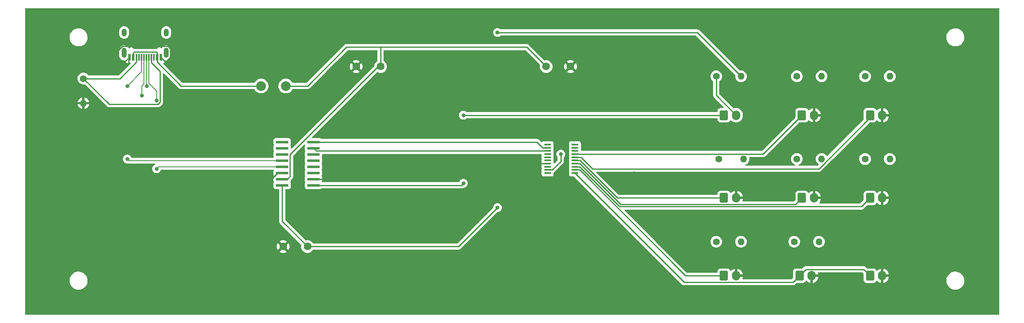
<source format=gtl>
%TF.GenerationSoftware,KiCad,Pcbnew,7.0.1*%
%TF.CreationDate,2023-08-04T20:18:17+09:00*%
%TF.ProjectId,FNF_Controller,464e465f-436f-46e7-9472-6f6c6c65722e,rev?*%
%TF.SameCoordinates,PX337f980PY7ed6b40*%
%TF.FileFunction,Copper,L1,Top*%
%TF.FilePolarity,Positive*%
%FSLAX46Y46*%
G04 Gerber Fmt 4.6, Leading zero omitted, Abs format (unit mm)*
G04 Created by KiCad (PCBNEW 7.0.1) date 2023-08-04 20:18:17*
%MOMM*%
%LPD*%
G01*
G04 APERTURE LIST*
G04 Aperture macros list*
%AMRoundRect*
0 Rectangle with rounded corners*
0 $1 Rounding radius*
0 $2 $3 $4 $5 $6 $7 $8 $9 X,Y pos of 4 corners*
0 Add a 4 corners polygon primitive as box body*
4,1,4,$2,$3,$4,$5,$6,$7,$8,$9,$2,$3,0*
0 Add four circle primitives for the rounded corners*
1,1,$1+$1,$2,$3*
1,1,$1+$1,$4,$5*
1,1,$1+$1,$6,$7*
1,1,$1+$1,$8,$9*
0 Add four rect primitives between the rounded corners*
20,1,$1+$1,$2,$3,$4,$5,0*
20,1,$1+$1,$4,$5,$6,$7,0*
20,1,$1+$1,$6,$7,$8,$9,0*
20,1,$1+$1,$8,$9,$2,$3,0*%
G04 Aperture macros list end*
%TA.AperFunction,ComponentPad*%
%ADD10RoundRect,0.250000X-0.600000X-0.750000X0.600000X-0.750000X0.600000X0.750000X-0.600000X0.750000X0*%
%TD*%
%TA.AperFunction,ComponentPad*%
%ADD11O,1.700000X2.000000*%
%TD*%
%TA.AperFunction,ComponentPad*%
%ADD12C,1.400000*%
%TD*%
%TA.AperFunction,ComponentPad*%
%ADD13O,1.400000X1.400000*%
%TD*%
%TA.AperFunction,SMDPad,CuDef*%
%ADD14R,2.550000X0.600000*%
%TD*%
%TA.AperFunction,SMDPad,CuDef*%
%ADD15R,1.450000X0.400000*%
%TD*%
%TA.AperFunction,ComponentPad*%
%ADD16C,1.600000*%
%TD*%
%TA.AperFunction,ComponentPad*%
%ADD17C,2.000000*%
%TD*%
%TA.AperFunction,SMDPad,CuDef*%
%ADD18R,0.600000X1.450000*%
%TD*%
%TA.AperFunction,SMDPad,CuDef*%
%ADD19R,0.300000X1.450000*%
%TD*%
%TA.AperFunction,ComponentPad*%
%ADD20O,1.000000X2.100000*%
%TD*%
%TA.AperFunction,ComponentPad*%
%ADD21O,1.000000X1.600000*%
%TD*%
%TA.AperFunction,ViaPad*%
%ADD22C,0.800000*%
%TD*%
%TA.AperFunction,Conductor*%
%ADD23C,0.250000*%
%TD*%
%TA.AperFunction,Conductor*%
%ADD24C,0.200000*%
%TD*%
G04 APERTURE END LIST*
D10*
%TO.P,SW6,1,A*%
%TO.N,Net-(U2-PC2)*%
X143500000Y8000000D03*
D11*
%TO.P,SW6,2,A*%
%TO.N,GNDREF*%
X146000000Y8000000D03*
%TD*%
D10*
%TO.P,SW4,1,A*%
%TO.N,Net-(U2-PC4)*%
X159500000Y24000000D03*
D11*
%TO.P,SW4,2,A*%
%TO.N,GNDREF*%
X162000000Y24000000D03*
%TD*%
D12*
%TO.P,R6,1*%
%TO.N,Net-(U1-VCC)*%
X172460000Y32000000D03*
D13*
%TO.P,R6,2*%
%TO.N,Net-(U2-PC3)*%
X177540000Y32000000D03*
%TD*%
D14*
%TO.P,U1,1,ACT#*%
%TO.N,Net-(D1-K)*%
X59200000Y26600000D03*
%TO.P,U1,2,MODE0*%
%TO.N,GNDREF*%
X59200000Y27870000D03*
%TO.P,U1,3,MODE1*%
%TO.N,unconnected-(U1-MODE1-Pad3)*%
X59200000Y29140000D03*
%TO.P,U1,4,CFG0*%
%TO.N,unconnected-(U1-CFG0-Pad4)*%
X59200000Y30410000D03*
%TO.P,U1,5,CFG1*%
%TO.N,unconnected-(U1-CFG1-Pad5)*%
X59200000Y31680000D03*
%TO.P,U1,6,RST*%
%TO.N,unconnected-(U1-RST-Pad6)*%
X59200000Y32950000D03*
%TO.P,U1,7,TXD*%
%TO.N,Net-(U1-TXD)*%
X59200000Y34220000D03*
%TO.P,U1,8,RXD*%
%TO.N,Net-(U1-RXD)*%
X59200000Y35490000D03*
%TO.P,U1,9,UP*%
%TO.N,unconnected-(U1-UP-Pad9)*%
X52800000Y35490000D03*
%TO.P,U1,10,DEF*%
%TO.N,unconnected-(U1-DEF-Pad10)*%
X52800000Y34220000D03*
%TO.P,U1,11,SET*%
%TO.N,unconnected-(U1-SET-Pad11)*%
X52800000Y32950000D03*
%TO.P,U1,12,UD+*%
%TO.N,D+*%
X52800000Y31680000D03*
%TO.P,U1,13,UD-*%
%TO.N,D-*%
X52800000Y30410000D03*
%TO.P,U1,14,GND*%
%TO.N,GNDREF*%
X52800000Y29140000D03*
%TO.P,U1,15,VCC*%
%TO.N,Net-(U1-VCC)*%
X52800000Y27870000D03*
%TO.P,U1,16,V33*%
%TO.N,Net-(U1-V33)*%
X52800000Y26600000D03*
%TD*%
D12*
%TO.P,R7,1*%
%TO.N,Net-(U1-VCC)*%
X141920000Y15000000D03*
D13*
%TO.P,R7,2*%
%TO.N,Net-(U2-PC2)*%
X147000000Y15000000D03*
%TD*%
D10*
%TO.P,SW5,1,A*%
%TO.N,Net-(U2-PC3)*%
X173500000Y24000000D03*
D11*
%TO.P,SW5,2,A*%
%TO.N,GNDREF*%
X176000000Y24000000D03*
%TD*%
D10*
%TO.P,SW8,1,A*%
%TO.N,Net-(U2-PC1)*%
X173500000Y8000000D03*
D11*
%TO.P,SW8,2,A*%
%TO.N,GNDREF*%
X176000000Y8000000D03*
%TD*%
D10*
%TO.P,SW3,1,A*%
%TO.N,Net-(U2-PC5)*%
X143500000Y24000000D03*
D11*
%TO.P,SW3,2,A*%
%TO.N,GNDREF*%
X146000000Y24000000D03*
%TD*%
D12*
%TO.P,R3,1*%
%TO.N,Net-(U1-VCC)*%
X172460000Y49000000D03*
D13*
%TO.P,R3,2*%
%TO.N,Net-(U2-PC6)*%
X177540000Y49000000D03*
%TD*%
D12*
%TO.P,R8,1*%
%TO.N,Net-(U1-VCC)*%
X157920000Y15000000D03*
D13*
%TO.P,R8,2*%
%TO.N,Net-(U2-PC1)*%
X163000000Y15000000D03*
%TD*%
D12*
%TO.P,R9,1*%
%TO.N,Net-(D1-A)*%
X141920000Y49000000D03*
D13*
%TO.P,R9,2*%
%TO.N,Net-(U1-V33)*%
X147000000Y49000000D03*
%TD*%
D15*
%TO.P,U2,1,PD4*%
%TO.N,unconnected-(U2-PD4-Pad1)*%
X107300000Y34950000D03*
%TO.P,U2,2,PD5/UTX*%
%TO.N,Net-(U1-RXD)*%
X107300000Y34300000D03*
%TO.P,U2,3,PD6/URX*%
%TO.N,Net-(U1-TXD)*%
X107300000Y33650000D03*
%TO.P,U2,4,PD7*%
%TO.N,unconnected-(U2-PD7-Pad4)*%
X107300000Y33000000D03*
%TO.P,U2,5,PA1*%
%TO.N,unconnected-(U2-PA1-Pad5)*%
X107300000Y32350000D03*
%TO.P,U2,6,PA2*%
%TO.N,unconnected-(U2-PA2-Pad6)*%
X107300000Y31700000D03*
%TO.P,U2,7,VSS*%
%TO.N,GNDREF*%
X107300000Y31050000D03*
%TO.P,U2,8,PD0*%
%TO.N,unconnected-(U2-PD0-Pad8)*%
X107300000Y30400000D03*
%TO.P,U2,9,VDD*%
%TO.N,Net-(U1-VCC)*%
X107300000Y29750000D03*
%TO.P,U2,10,PC0*%
%TO.N,unconnected-(U2-PC0-Pad10)*%
X107300000Y29100000D03*
%TO.P,U2,11,PC1*%
%TO.N,Net-(U2-PC1)*%
X112900000Y29100000D03*
%TO.P,U2,12,PC2*%
%TO.N,Net-(U2-PC2)*%
X112900000Y29750000D03*
%TO.P,U2,13,PC3*%
%TO.N,Net-(U2-PC3)*%
X112900000Y30400000D03*
%TO.P,U2,14,PC4*%
%TO.N,Net-(U2-PC4)*%
X112900000Y31050000D03*
%TO.P,U2,15,PC5*%
%TO.N,Net-(U2-PC5)*%
X112900000Y31700000D03*
%TO.P,U2,16,PC6*%
%TO.N,Net-(U2-PC6)*%
X112900000Y32350000D03*
%TO.P,U2,17,PC7*%
%TO.N,Net-(U2-PC7)*%
X112900000Y33000000D03*
%TO.P,U2,18,PD1/SWIO*%
%TO.N,unconnected-(U2-PD1{slash}SWIO-Pad18)*%
X112900000Y33650000D03*
%TO.P,U2,19,PD2*%
%TO.N,unconnected-(U2-PD2-Pad19)*%
X112900000Y34300000D03*
%TO.P,U2,20,PD3*%
%TO.N,unconnected-(U2-PD3-Pad20)*%
X112900000Y34950000D03*
%TD*%
D10*
%TO.P,SW7,1,A*%
%TO.N,Net-(U2-PC1)*%
X159000000Y8000000D03*
D11*
%TO.P,SW7,2,A*%
%TO.N,GNDREF*%
X161500000Y8000000D03*
%TD*%
D16*
%TO.P,C3,1*%
%TO.N,GNDREF*%
X53000000Y14000000D03*
%TO.P,C3,2*%
%TO.N,Net-(U1-V33)*%
X58000000Y14000000D03*
%TD*%
D12*
%TO.P,R1,1*%
%TO.N,Net-(J1-CC1)*%
X12000000Y48540000D03*
D13*
%TO.P,R1,2*%
%TO.N,GNDREF*%
X12000000Y43460000D03*
%TD*%
D16*
%TO.P,C1,1*%
%TO.N,GNDREF*%
X68000000Y51000000D03*
%TO.P,C1,2*%
%TO.N,Net-(U1-VCC)*%
X73000000Y51000000D03*
%TD*%
D12*
%TO.P,R2,1*%
%TO.N,Net-(U1-VCC)*%
X158460000Y49000000D03*
D13*
%TO.P,R2,2*%
%TO.N,Net-(U2-PC7)*%
X163540000Y49000000D03*
%TD*%
D12*
%TO.P,R4,1*%
%TO.N,Net-(U1-VCC)*%
X142460000Y32000000D03*
D13*
%TO.P,R4,2*%
%TO.N,Net-(U2-PC5)*%
X147540000Y32000000D03*
%TD*%
D17*
%TO.P,F1,1*%
%TO.N,Net-(U1-VCC)*%
X53540000Y47000000D03*
%TO.P,F1,2*%
%TO.N,Net-(J1-VBUS-PadA4)*%
X48460000Y47010000D03*
%TD*%
D10*
%TO.P,D1,1,K*%
%TO.N,Net-(D1-K)*%
X143500000Y41000000D03*
D11*
%TO.P,D1,2,A*%
%TO.N,Net-(D1-A)*%
X146000000Y41000000D03*
%TD*%
D12*
%TO.P,R5,1*%
%TO.N,Net-(U1-VCC)*%
X158460000Y32000000D03*
D13*
%TO.P,R5,2*%
%TO.N,Net-(U2-PC4)*%
X163540000Y32000000D03*
%TD*%
D18*
%TO.P,J1,A1,GND*%
%TO.N,GNDREF*%
X27930000Y52905000D03*
%TO.P,J1,A4,VBUS*%
%TO.N,Net-(J1-VBUS-PadA4)*%
X27130000Y52905000D03*
D19*
%TO.P,J1,A5,CC1*%
%TO.N,Net-(J1-CC1)*%
X25930000Y52905000D03*
%TO.P,J1,A6,D+*%
%TO.N,D+*%
X24930000Y52905000D03*
%TO.P,J1,A7,D-*%
%TO.N,D-*%
X24430000Y52905000D03*
%TO.P,J1,A8,SBU1*%
%TO.N,unconnected-(J1-SBU1-PadA8)*%
X23430000Y52905000D03*
D18*
%TO.P,J1,A9,VBUS*%
%TO.N,Net-(J1-VBUS-PadA4)*%
X22230000Y52905000D03*
%TO.P,J1,A12,GND*%
%TO.N,GNDREF*%
X21430000Y52905000D03*
%TO.P,J1,B1,GND*%
X21430000Y52905000D03*
%TO.P,J1,B4,VBUS*%
%TO.N,Net-(J1-VBUS-PadA4)*%
X22230000Y52905000D03*
D19*
%TO.P,J1,B5,CC2*%
%TO.N,Net-(J1-CC1)*%
X22930000Y52905000D03*
%TO.P,J1,B6,D+*%
%TO.N,D+*%
X23930000Y52905000D03*
%TO.P,J1,B7,D-*%
%TO.N,D-*%
X25430000Y52905000D03*
%TO.P,J1,B8,SBU2*%
%TO.N,unconnected-(J1-SBU2-PadB8)*%
X26430000Y52905000D03*
D18*
%TO.P,J1,B9,VBUS*%
%TO.N,Net-(J1-VBUS-PadA4)*%
X27130000Y52905000D03*
%TO.P,J1,B12,GND*%
%TO.N,GNDREF*%
X27930000Y52905000D03*
D20*
%TO.P,J1,S1,SHIELD*%
%TO.N,unconnected-(J1-SHIELD-PadS1)*%
X29000000Y53820000D03*
D21*
X29000000Y58000000D03*
D20*
X20360000Y53820000D03*
D21*
X20360000Y58000000D03*
%TD*%
D16*
%TO.P,C2,1*%
%TO.N,Net-(U1-VCC)*%
X107000000Y51000000D03*
%TO.P,C2,2*%
%TO.N,GNDREF*%
X112000000Y51000000D03*
%TD*%
D10*
%TO.P,SW1,1,A*%
%TO.N,Net-(U2-PC7)*%
X159500000Y41000000D03*
D11*
%TO.P,SW1,2,A*%
%TO.N,GNDREF*%
X162000000Y41000000D03*
%TD*%
D10*
%TO.P,SW2,1,A*%
%TO.N,Net-(U2-PC6)*%
X173500000Y41000000D03*
D11*
%TO.P,SW2,2,A*%
%TO.N,GNDREF*%
X176000000Y41000000D03*
%TD*%
D22*
%TO.N,GNDREF*%
X18000000Y50000000D03*
X85000000Y10000000D03*
X173000000Y56000000D03*
X113000000Y17000000D03*
X104000000Y21000000D03*
X152000000Y38000000D03*
X57000000Y57000000D03*
X170000000Y27000000D03*
X41000000Y39000000D03*
X73000000Y22000000D03*
X156000000Y58000000D03*
X152000000Y44000000D03*
X39000000Y52000000D03*
X129000000Y38000000D03*
X68000000Y8000000D03*
X128000000Y52000000D03*
X188000000Y41000000D03*
X168000000Y46000000D03*
X91000000Y46000000D03*
X43000000Y59000000D03*
X11000000Y35000000D03*
X18000000Y29000000D03*
X42000000Y19000000D03*
X98000000Y11000000D03*
X152000000Y10000000D03*
X170000000Y16000000D03*
X125000000Y29000000D03*
X153000000Y27000000D03*
X105050000Y31050000D03*
X46000000Y4000000D03*
X103000000Y49000000D03*
X131000000Y5000000D03*
X184000000Y15000000D03*
X18000000Y17000000D03*
X73000000Y30000000D03*
X30000000Y15000000D03*
X191000000Y28000000D03*
X126000000Y45000000D03*
X78000000Y45000000D03*
X115000000Y5000000D03*
X168000000Y39000000D03*
X5000000Y47000000D03*
X137000000Y14000000D03*
X91000000Y59000000D03*
%TO.N,Net-(U1-VCC)*%
X110000000Y33000000D03*
%TO.N,Net-(U1-V33)*%
X97000000Y58000000D03*
X97000000Y22000000D03*
%TO.N,Net-(D1-K)*%
X90000000Y41000000D03*
X90000000Y27000000D03*
%TO.N,D+*%
X25000000Y47000000D03*
X21000000Y32000000D03*
X21000000Y47000000D03*
%TO.N,D-*%
X27000000Y30000000D03*
X27000000Y44000000D03*
X24000000Y45000000D03*
%TD*%
D23*
%TO.N,GNDREF*%
X105000000Y31000000D02*
X105050000Y31050000D01*
X18000000Y50000000D02*
X18000000Y53176726D01*
X18525000Y50000000D02*
X18000000Y50000000D01*
X42000000Y19315000D02*
X42000000Y19000000D01*
X51825000Y29140000D02*
X42000000Y19315000D01*
X29825000Y52928274D02*
X28896726Y52000000D01*
X20018274Y55195000D02*
X29341726Y55195000D01*
X59200000Y27870000D02*
X70870000Y27870000D01*
X29825000Y54711726D02*
X29825000Y52928274D01*
X28896726Y52000000D02*
X28835000Y52000000D01*
X18000000Y53176726D02*
X20018274Y55195000D01*
X21430000Y52905000D02*
X18525000Y50000000D01*
X29341726Y55195000D02*
X29825000Y54711726D01*
X52800000Y29140000D02*
X51825000Y29140000D01*
X70870000Y27870000D02*
X73000000Y30000000D01*
X28835000Y52000000D02*
X27930000Y52905000D01*
X107300000Y31050000D02*
X105050000Y31050000D01*
%TO.N,Net-(U1-VCC)*%
X73000000Y51000000D02*
X72485000Y51000000D01*
X54400000Y32915000D02*
X54400000Y28400000D01*
X110000000Y33000000D02*
X110000000Y31525000D01*
X53870000Y27870000D02*
X52800000Y27870000D01*
X73000000Y51000000D02*
X73000000Y55000000D01*
X58000000Y47000000D02*
X66000000Y55000000D01*
X54400000Y28400000D02*
X53870000Y27870000D01*
X110000000Y31525000D02*
X108225000Y29750000D01*
X72485000Y51000000D02*
X54400000Y32915000D01*
X103000000Y55000000D02*
X107000000Y51000000D01*
X73000000Y55000000D02*
X103000000Y55000000D01*
X66000000Y55000000D02*
X73000000Y55000000D01*
X108225000Y29750000D02*
X107300000Y29750000D01*
X53540000Y47000000D02*
X58000000Y47000000D01*
%TO.N,Net-(U1-V33)*%
X97000000Y58000000D02*
X138000000Y58000000D01*
X138000000Y58000000D02*
X147000000Y49000000D01*
X52800000Y19200000D02*
X58000000Y14000000D01*
X58000000Y14000000D02*
X89000000Y14000000D01*
X52800000Y26600000D02*
X52800000Y19200000D01*
X89000000Y14000000D02*
X97000000Y22000000D01*
%TO.N,Net-(D1-K)*%
X89600000Y26600000D02*
X59200000Y26600000D01*
X90000000Y27000000D02*
X89600000Y26600000D01*
X143500000Y41000000D02*
X90000000Y41000000D01*
%TO.N,Net-(D1-A)*%
X141920000Y45080000D02*
X146000000Y41000000D01*
X141920000Y49000000D02*
X141920000Y45080000D01*
%TO.N,Net-(J1-VBUS-PadA4)*%
X27130000Y52905000D02*
X27130000Y53800051D01*
X32050000Y47010000D02*
X48460000Y47010000D01*
X27130000Y53800051D02*
X26930051Y54000000D01*
X22230000Y53800051D02*
X22230000Y52905000D01*
X27130000Y51930000D02*
X32050000Y47010000D01*
X26930051Y54000000D02*
X22429949Y54000000D01*
X22429949Y54000000D02*
X22230000Y53800051D01*
X27130000Y52905000D02*
X27130000Y51930000D01*
%TO.N,Net-(J1-CC1)*%
X27725000Y50035000D02*
X27725000Y43699695D01*
X19540000Y48540000D02*
X12000000Y48540000D01*
X27300305Y43275000D02*
X17265000Y43275000D01*
X22930000Y51930000D02*
X19540000Y48540000D01*
X25930000Y51830000D02*
X27725000Y50035000D01*
X17265000Y43275000D02*
X12000000Y48540000D01*
X25930000Y52905000D02*
X25930000Y51830000D01*
X22930000Y52905000D02*
X22930000Y51930000D01*
X27725000Y43699695D02*
X27300305Y43275000D01*
D24*
%TO.N,D+*%
X21000000Y47000000D02*
X23930000Y49930000D01*
X24930000Y52905000D02*
X24930000Y47070000D01*
X24930000Y47070000D02*
X25000000Y47000000D01*
X21000000Y32000000D02*
X21320000Y31680000D01*
X23930000Y49930000D02*
X23930000Y52905000D01*
X21320000Y31680000D02*
X52800000Y31680000D01*
%TO.N,D-*%
X24430000Y52905000D02*
X24430000Y47419950D01*
X27000000Y45989950D02*
X27000000Y44000000D01*
X25430000Y52905000D02*
X25430000Y47559950D01*
X24000000Y46989950D02*
X24000000Y45000000D01*
X25430000Y47559950D02*
X27000000Y45989950D01*
X27410000Y30410000D02*
X52800000Y30410000D01*
X27000000Y30000000D02*
X27410000Y30410000D01*
X24430000Y47419950D02*
X24000000Y46989950D01*
D23*
%TO.N,Net-(U2-PC7)*%
X112925000Y33025000D02*
X151525000Y33025000D01*
X112900000Y33000000D02*
X112925000Y33025000D01*
X151525000Y33025000D02*
X159500000Y41000000D01*
%TO.N,Net-(U2-PC6)*%
X116525000Y30000000D02*
X163000000Y30000000D01*
X112900000Y32350000D02*
X114175000Y32350000D01*
X114175000Y32350000D02*
X116525000Y30000000D01*
X163000000Y30000000D02*
X173500000Y40500000D01*
X173500000Y40500000D02*
X173500000Y41000000D01*
%TO.N,Net-(U2-PC5)*%
X113875000Y31700000D02*
X121575000Y24000000D01*
X112900000Y31700000D02*
X113875000Y31700000D01*
X121575000Y24000000D02*
X143500000Y24000000D01*
%TO.N,Net-(U2-PC4)*%
X158175000Y22675000D02*
X159500000Y24000000D01*
X112900000Y31050000D02*
X113875000Y31050000D01*
X122250000Y22675000D02*
X158175000Y22675000D01*
X113875000Y31050000D02*
X122250000Y22675000D01*
%TO.N,Net-(U2-PC3)*%
X112900000Y30400000D02*
X113875000Y30400000D01*
X113875000Y30400000D02*
X122050000Y22225000D01*
X171725000Y22225000D02*
X173500000Y24000000D01*
X122050000Y22225000D02*
X171725000Y22225000D01*
%TO.N,Net-(U2-PC2)*%
X135625000Y8000000D02*
X143500000Y8000000D01*
X112900000Y29750000D02*
X113875000Y29750000D01*
X113875000Y29750000D02*
X135625000Y8000000D01*
%TO.N,Net-(U2-PC1)*%
X160325000Y9325000D02*
X172175000Y9325000D01*
X135325000Y6675000D02*
X157675000Y6675000D01*
X157675000Y6675000D02*
X159000000Y8000000D01*
X172175000Y9325000D02*
X173500000Y8000000D01*
X159000000Y8000000D02*
X160325000Y9325000D01*
X112900000Y29100000D02*
X135325000Y6675000D01*
%TO.N,Net-(U1-TXD)*%
X107300000Y33650000D02*
X59770000Y33650000D01*
X59770000Y33650000D02*
X59200000Y34220000D01*
%TO.N,Net-(U1-RXD)*%
X106325000Y34300000D02*
X105135000Y35490000D01*
X105135000Y35490000D02*
X59200000Y35490000D01*
X107300000Y34300000D02*
X106325000Y34300000D01*
%TD*%
%TA.AperFunction,Conductor*%
%TO.N,GNDREF*%
G36*
X199937500Y62982887D02*
G01*
X199982887Y62937500D01*
X199999500Y62875500D01*
X199999500Y124500D01*
X199982887Y62500D01*
X199937500Y17113D01*
X199875500Y500D01*
X124500Y500D01*
X62500Y17113D01*
X17113Y62500D01*
X500Y124500D01*
X500Y6932236D01*
X9145787Y6932236D01*
X9175413Y6662984D01*
X9198005Y6576570D01*
X9243928Y6400912D01*
X9349870Y6151610D01*
X9349871Y6151608D01*
X9490982Y5920389D01*
X9580253Y5813119D01*
X9664255Y5712180D01*
X9865998Y5531418D01*
X10091910Y5381956D01*
X10198211Y5332124D01*
X10337177Y5266979D01*
X10596562Y5188942D01*
X10596569Y5188940D01*
X10864561Y5149500D01*
X11067631Y5149500D01*
X11067634Y5149500D01*
X11270156Y5164323D01*
X11270156Y5164324D01*
X11534553Y5223220D01*
X11787558Y5319986D01*
X12023777Y5452559D01*
X12238177Y5618112D01*
X12426186Y5813119D01*
X12583799Y6033421D01*
X12707656Y6274325D01*
X12795118Y6530695D01*
X12844319Y6797067D01*
X12854212Y7067765D01*
X12824586Y7337018D01*
X12756072Y7599088D01*
X12650130Y7848390D01*
X12509018Y8079610D01*
X12509017Y8079612D01*
X12335746Y8287819D01*
X12230758Y8381888D01*
X12134002Y8468582D01*
X11908090Y8618044D01*
X11872050Y8634939D01*
X11662822Y8733022D01*
X11403437Y8811059D01*
X11403431Y8811060D01*
X11135439Y8850500D01*
X10932369Y8850500D01*
X10932366Y8850500D01*
X10729843Y8835678D01*
X10465449Y8776781D01*
X10212441Y8680014D01*
X9976223Y8547441D01*
X9761825Y8381891D01*
X9573813Y8186880D01*
X9416201Y7966580D01*
X9292342Y7725671D01*
X9204881Y7469305D01*
X9155680Y7202934D01*
X9145787Y6932236D01*
X500Y6932236D01*
X500Y12920974D01*
X52274526Y12920974D01*
X52347515Y12869867D01*
X52553673Y12773734D01*
X52773397Y12714859D01*
X53000000Y12695034D01*
X53226602Y12714859D01*
X53446326Y12773734D01*
X53652480Y12869866D01*
X53725472Y12920975D01*
X53000001Y13646447D01*
X53000000Y13646447D01*
X52274526Y12920975D01*
X52274526Y12920974D01*
X500Y12920974D01*
X500Y14000000D01*
X51695033Y14000000D01*
X51714858Y13773398D01*
X51773733Y13553674D01*
X51869866Y13347516D01*
X51920972Y13274529D01*
X51920974Y13274528D01*
X52646446Y13999999D01*
X52646446Y14000000D01*
X52646445Y14000001D01*
X53353553Y14000001D01*
X54079025Y13274528D01*
X54130134Y13347520D01*
X54226266Y13553674D01*
X54285141Y13773398D01*
X54304966Y14000000D01*
X54285141Y14226603D01*
X54226266Y14446327D01*
X54130133Y14652485D01*
X54079025Y14725474D01*
X53353553Y14000001D01*
X52646445Y14000001D01*
X51920973Y14725474D01*
X51920973Y14725473D01*
X51869865Y14652484D01*
X51773733Y14446328D01*
X51714858Y14226603D01*
X51695033Y14000000D01*
X500Y14000000D01*
X500Y15079027D01*
X52274526Y15079027D01*
X53000000Y14353554D01*
X53000001Y14353554D01*
X53725472Y15079026D01*
X53725471Y15079028D01*
X53652484Y15130134D01*
X53446326Y15226267D01*
X53226602Y15285142D01*
X53000000Y15304967D01*
X52773397Y15285142D01*
X52553672Y15226267D01*
X52347516Y15130135D01*
X52274527Y15079027D01*
X52274526Y15079027D01*
X500Y15079027D01*
X500Y32000001D01*
X20094540Y32000001D01*
X20114326Y31811743D01*
X20172820Y31631716D01*
X20267466Y31467784D01*
X20394129Y31327111D01*
X20547269Y31215849D01*
X20720197Y31138856D01*
X20905352Y31099500D01*
X20905354Y31099500D01*
X21094646Y31099500D01*
X21094647Y31099500D01*
X21095061Y31099588D01*
X21132191Y31101779D01*
X21155900Y31095923D01*
X21163234Y31094958D01*
X21163238Y31094956D01*
X21288698Y31078439D01*
X21319999Y31074318D01*
X21319999Y31074319D01*
X21320000Y31074318D01*
X21351302Y31078440D01*
X21367487Y31079500D01*
X26627258Y31079500D01*
X26691493Y31061565D01*
X26737147Y31012949D01*
X26751013Y30947714D01*
X26729081Y30884732D01*
X26677694Y30842221D01*
X26547269Y30784152D01*
X26394129Y30672890D01*
X26267466Y30532217D01*
X26172820Y30368285D01*
X26114326Y30188258D01*
X26094540Y30000001D01*
X26114326Y29811743D01*
X26172820Y29631716D01*
X26267466Y29467784D01*
X26394129Y29327111D01*
X26547269Y29215849D01*
X26720197Y29138856D01*
X26905352Y29099500D01*
X26905354Y29099500D01*
X27094646Y29099500D01*
X27094648Y29099500D01*
X27239498Y29130289D01*
X27279803Y29138856D01*
X27452730Y29215849D01*
X27521741Y29265988D01*
X27605870Y29327111D01*
X27624563Y29347871D01*
X27732533Y29467784D01*
X27827179Y29631716D01*
X27857105Y29723819D01*
X27882886Y29768472D01*
X27924601Y29798780D01*
X27975036Y29809500D01*
X50950575Y29809500D01*
X51008050Y29795376D01*
X51052431Y29756220D01*
X51073608Y29700954D01*
X51066757Y29642167D01*
X51031402Y29547378D01*
X51025000Y29487824D01*
X51025000Y28792176D01*
X51031402Y28732625D01*
X51081648Y28597909D01*
X51095259Y28579727D01*
X51117158Y28531775D01*
X51117158Y28479059D01*
X51095260Y28431108D01*
X51091452Y28426022D01*
X51081204Y28412332D01*
X51030909Y28277484D01*
X51024500Y28217870D01*
X51024500Y27522131D01*
X51030909Y27462516D01*
X51081204Y27327668D01*
X51094947Y27309310D01*
X51116846Y27261358D01*
X51116846Y27208642D01*
X51094947Y27160690D01*
X51081205Y27142334D01*
X51030909Y27007484D01*
X51024500Y26947870D01*
X51024500Y26252131D01*
X51028401Y26215849D01*
X51030909Y26192517D01*
X51081204Y26057669D01*
X51167454Y25942454D01*
X51282669Y25856204D01*
X51417517Y25805909D01*
X51477127Y25799500D01*
X52050500Y25799500D01*
X52112500Y25782887D01*
X52157887Y25737500D01*
X52174500Y25675500D01*
X52174500Y19282744D01*
X52172235Y19262238D01*
X52174439Y19192127D01*
X52174500Y19188232D01*
X52174500Y19160651D01*
X52175003Y19156666D01*
X52175918Y19145033D01*
X52177290Y19101374D01*
X52182879Y19082140D01*
X52186825Y19063084D01*
X52189335Y19043208D01*
X52205414Y19002596D01*
X52209197Y18991549D01*
X52221382Y18949609D01*
X52231580Y18932365D01*
X52240136Y18914900D01*
X52247514Y18896268D01*
X52247515Y18896267D01*
X52273180Y18860941D01*
X52279593Y18851178D01*
X52301826Y18813584D01*
X52301829Y18813581D01*
X52301830Y18813580D01*
X52315995Y18799415D01*
X52328627Y18784625D01*
X52340406Y18768413D01*
X52374058Y18740574D01*
X52382699Y18732711D01*
X56700586Y14414824D01*
X56732680Y14359237D01*
X56732680Y14295051D01*
X56714364Y14226693D01*
X56694531Y14000000D01*
X56714364Y13773311D01*
X56773261Y13553503D01*
X56869432Y13347265D01*
X56999953Y13160860D01*
X57160859Y12999954D01*
X57347264Y12869433D01*
X57347265Y12869433D01*
X57347266Y12869432D01*
X57553504Y12773261D01*
X57773308Y12714365D01*
X58000000Y12694532D01*
X58226692Y12714365D01*
X58446496Y12773261D01*
X58652734Y12869432D01*
X58839139Y12999953D01*
X59000047Y13160861D01*
X59079637Y13274528D01*
X59112613Y13321623D01*
X59156931Y13360489D01*
X59214188Y13374500D01*
X88917256Y13374500D01*
X88937762Y13372236D01*
X88940665Y13372328D01*
X88940667Y13372327D01*
X89007872Y13374439D01*
X89011768Y13374500D01*
X89039349Y13374500D01*
X89039350Y13374500D01*
X89043319Y13375002D01*
X89054965Y13375920D01*
X89098627Y13377291D01*
X89117859Y13382880D01*
X89136918Y13386826D01*
X89143196Y13387619D01*
X89156792Y13389336D01*
X89197407Y13405418D01*
X89208444Y13409197D01*
X89250390Y13421382D01*
X89267629Y13431578D01*
X89285102Y13440138D01*
X89303732Y13447514D01*
X89339064Y13473186D01*
X89348830Y13479600D01*
X89386418Y13501829D01*
X89386417Y13501829D01*
X89386420Y13501830D01*
X89400585Y13515996D01*
X89415373Y13528627D01*
X89431587Y13540406D01*
X89459438Y13574074D01*
X89467279Y13582691D01*
X96947771Y21063181D01*
X96988000Y21090061D01*
X97035453Y21099500D01*
X97094648Y21099500D01*
X97218084Y21125738D01*
X97279803Y21138856D01*
X97452730Y21215849D01*
X97605871Y21327112D01*
X97732533Y21467784D01*
X97827179Y21631716D01*
X97885674Y21811744D01*
X97905460Y22000000D01*
X97885674Y22188256D01*
X97827179Y22368284D01*
X97827179Y22368285D01*
X97732533Y22532217D01*
X97605870Y22672890D01*
X97452730Y22784152D01*
X97279802Y22861145D01*
X97094648Y22900500D01*
X97094646Y22900500D01*
X96905354Y22900500D01*
X96905352Y22900500D01*
X96720197Y22861145D01*
X96547269Y22784152D01*
X96394129Y22672890D01*
X96267466Y22532217D01*
X96172820Y22368285D01*
X96114326Y22188258D01*
X96096679Y22020351D01*
X96085279Y21979930D01*
X96061039Y21945632D01*
X88777228Y14661819D01*
X88737000Y14634939D01*
X88689547Y14625500D01*
X59214188Y14625500D01*
X59156931Y14639511D01*
X59112613Y14678377D01*
X59000046Y14839141D01*
X58839140Y15000047D01*
X58652735Y15130568D01*
X58446497Y15226739D01*
X58226689Y15285636D01*
X58000000Y15305469D01*
X57773307Y15285636D01*
X57704950Y15267320D01*
X57640764Y15267320D01*
X57585177Y15299414D01*
X53461819Y19422772D01*
X53434939Y19463000D01*
X53425500Y19510453D01*
X53425500Y25675501D01*
X53442113Y25737501D01*
X53487500Y25782888D01*
X53549500Y25799501D01*
X54122870Y25799501D01*
X54122872Y25799501D01*
X54182483Y25805909D01*
X54317331Y25856204D01*
X54432546Y25942454D01*
X54518796Y26057669D01*
X54569091Y26192517D01*
X54575500Y26252127D01*
X54575499Y26947872D01*
X54569091Y27007483D01*
X54518796Y27142331D01*
X54505053Y27160689D01*
X54483153Y27208641D01*
X54483153Y27261359D01*
X54505053Y27309312D01*
X54518796Y27327669D01*
X54569091Y27462517D01*
X54575500Y27522127D01*
X54575499Y27639550D01*
X54584938Y27687001D01*
X54611815Y27727227D01*
X54783786Y27899198D01*
X54799881Y27912090D01*
X54801873Y27914212D01*
X54801877Y27914214D01*
X54847948Y27963277D01*
X54850566Y27965977D01*
X54870120Y27985529D01*
X54872581Y27988702D01*
X54880156Y27997573D01*
X54910062Y28029418D01*
X54919717Y28046982D01*
X54930394Y28063236D01*
X54942673Y28079064D01*
X54960018Y28119148D01*
X54965160Y28129644D01*
X54986197Y28167908D01*
X54991179Y28187316D01*
X54997481Y28205720D01*
X55005437Y28224104D01*
X55012269Y28267248D01*
X55014633Y28278662D01*
X55025500Y28320981D01*
X55025500Y28341016D01*
X55027027Y28360415D01*
X55027465Y28363182D01*
X55030160Y28380196D01*
X55026050Y28423675D01*
X55025500Y28435344D01*
X55025500Y32604548D01*
X55034939Y32652001D01*
X55061819Y32692229D01*
X55617463Y33247873D01*
X57295284Y34925696D01*
X57348027Y34956990D01*
X57409319Y34959180D01*
X57464164Y34931728D01*
X57499144Y34881350D01*
X57505701Y34820370D01*
X57482233Y34763706D01*
X57481205Y34762334D01*
X57430909Y34627484D01*
X57424500Y34567870D01*
X57424500Y33872131D01*
X57430909Y33812516D01*
X57481204Y33677668D01*
X57494947Y33659310D01*
X57516846Y33611358D01*
X57516846Y33558642D01*
X57494947Y33510690D01*
X57481205Y33492334D01*
X57430909Y33357484D01*
X57424500Y33297870D01*
X57424500Y32602131D01*
X57430909Y32542516D01*
X57481204Y32407668D01*
X57494946Y32389312D01*
X57516846Y32341361D01*
X57516847Y32288645D01*
X57494949Y32240693D01*
X57481205Y32222334D01*
X57430910Y32087485D01*
X57430909Y32087483D01*
X57426075Y32042517D01*
X57424500Y32027870D01*
X57424500Y31332131D01*
X57430909Y31272516D01*
X57481204Y31137668D01*
X57494947Y31119310D01*
X57516846Y31071358D01*
X57516846Y31018642D01*
X57494947Y30970690D01*
X57481205Y30952334D01*
X57430910Y30817485D01*
X57430909Y30817483D01*
X57427326Y30784152D01*
X57424500Y30757870D01*
X57424500Y30062131D01*
X57430909Y30002516D01*
X57481204Y29867668D01*
X57494946Y29849312D01*
X57516846Y29801361D01*
X57516847Y29748645D01*
X57494949Y29700693D01*
X57481205Y29682334D01*
X57430910Y29547485D01*
X57430909Y29547483D01*
X57426001Y29501829D01*
X57424500Y29487870D01*
X57424500Y28792131D01*
X57430909Y28732516D01*
X57454040Y28670500D01*
X57481204Y28597669D01*
X57495260Y28578893D01*
X57517158Y28530943D01*
X57517159Y28478228D01*
X57495261Y28430276D01*
X57481648Y28412092D01*
X57431402Y28277376D01*
X57425000Y28217824D01*
X57425000Y27522176D01*
X57431402Y27462625D01*
X57481648Y27327909D01*
X57495259Y27309727D01*
X57517158Y27261775D01*
X57517158Y27209059D01*
X57495260Y27161108D01*
X57491452Y27156022D01*
X57481204Y27142332D01*
X57430909Y27007484D01*
X57424500Y26947870D01*
X57424500Y26252131D01*
X57428401Y26215849D01*
X57430909Y26192517D01*
X57481204Y26057669D01*
X57567454Y25942454D01*
X57682669Y25856204D01*
X57817517Y25805909D01*
X57877127Y25799500D01*
X60522872Y25799501D01*
X60582483Y25805909D01*
X60717331Y25856204D01*
X60832546Y25942454D01*
X60832547Y25942456D01*
X60842314Y25949767D01*
X60877466Y25968154D01*
X60916625Y25974500D01*
X89517256Y25974500D01*
X89537762Y25972236D01*
X89540665Y25972328D01*
X89540667Y25972327D01*
X89607872Y25974439D01*
X89611768Y25974500D01*
X89639349Y25974500D01*
X89639350Y25974500D01*
X89643319Y25975002D01*
X89654965Y25975920D01*
X89698627Y25977291D01*
X89717859Y25982880D01*
X89736918Y25986826D01*
X89743196Y25987619D01*
X89756792Y25989336D01*
X89797407Y26005418D01*
X89808444Y26009197D01*
X89850390Y26021382D01*
X89867629Y26031578D01*
X89885102Y26040138D01*
X89903732Y26047514D01*
X89939064Y26073186D01*
X89948837Y26079604D01*
X89953290Y26082237D01*
X90016402Y26099500D01*
X90094648Y26099500D01*
X90218083Y26125738D01*
X90279803Y26138856D01*
X90452730Y26215849D01*
X90605871Y26327112D01*
X90732533Y26467784D01*
X90827179Y26631716D01*
X90885674Y26811744D01*
X90905460Y27000000D01*
X90885674Y27188256D01*
X90846340Y27309313D01*
X90827179Y27368285D01*
X90732533Y27532217D01*
X90605870Y27672890D01*
X90452730Y27784152D01*
X90279802Y27861145D01*
X90094648Y27900500D01*
X90094646Y27900500D01*
X89905354Y27900500D01*
X89905352Y27900500D01*
X89720197Y27861145D01*
X89547269Y27784152D01*
X89394129Y27672890D01*
X89267465Y27532215D01*
X89172821Y27368285D01*
X89154266Y27311180D01*
X89128485Y27266527D01*
X89086771Y27236220D01*
X89036336Y27225500D01*
X61058750Y27225500D01*
X61001275Y27239624D01*
X60956894Y27278780D01*
X60935717Y27334046D01*
X60942568Y27392833D01*
X60968597Y27462623D01*
X60975000Y27522176D01*
X60975000Y28217824D01*
X60968597Y28277376D01*
X60918351Y28412092D01*
X60904740Y28430274D01*
X60882840Y28478228D01*
X60882841Y28530945D01*
X60904741Y28578895D01*
X60918796Y28597669D01*
X60969091Y28732517D01*
X60975500Y28792127D01*
X60975499Y29487872D01*
X60969091Y29547483D01*
X60918796Y29682331D01*
X60905052Y29700691D01*
X60883152Y29748645D01*
X60883154Y29801363D01*
X60905052Y29849311D01*
X60918796Y29867669D01*
X60969091Y30002517D01*
X60975500Y30062127D01*
X60975499Y30757872D01*
X60969091Y30817483D01*
X60918796Y30952331D01*
X60905053Y30970689D01*
X60883153Y31018641D01*
X60883153Y31071359D01*
X60905053Y31119312D01*
X60918796Y31137669D01*
X60969091Y31272517D01*
X60975500Y31332127D01*
X60975499Y32027872D01*
X60969091Y32087483D01*
X60918796Y32222331D01*
X60905053Y32240689D01*
X60883153Y32288641D01*
X60883153Y32341359D01*
X60905053Y32389312D01*
X60918796Y32407669D01*
X60969091Y32542517D01*
X60975500Y32602127D01*
X60975499Y32900502D01*
X60992112Y32962500D01*
X61037499Y33007887D01*
X61099499Y33024500D01*
X105950500Y33024500D01*
X106012500Y33007887D01*
X106057887Y32962500D01*
X106074500Y32900501D01*
X106074500Y32752130D01*
X106081367Y32688253D01*
X106081367Y32661747D01*
X106078458Y32634689D01*
X106074628Y32599058D01*
X106074500Y32597871D01*
X106074500Y32102130D01*
X106081367Y32038255D01*
X106081367Y32011748D01*
X106074500Y31947871D01*
X106074500Y31452132D01*
X106077798Y31421449D01*
X106080909Y31392517D01*
X106080909Y31392515D01*
X106081620Y31385909D01*
X106081620Y31359400D01*
X106075000Y31297823D01*
X106075000Y30802174D01*
X106081619Y30740600D01*
X106081619Y30714093D01*
X106074500Y30647871D01*
X106074500Y30152130D01*
X106081367Y30088255D01*
X106081367Y30061748D01*
X106074500Y29997871D01*
X106074500Y29502130D01*
X106081367Y29438255D01*
X106081367Y29411748D01*
X106074500Y29347871D01*
X106074500Y28852131D01*
X106080909Y28792516D01*
X106103288Y28732516D01*
X106131204Y28657669D01*
X106217454Y28542454D01*
X106332669Y28456204D01*
X106467517Y28405909D01*
X106527127Y28399500D01*
X108072872Y28399501D01*
X108132483Y28405909D01*
X108267331Y28456204D01*
X108382546Y28542454D01*
X108468796Y28657669D01*
X108519091Y28792517D01*
X108525500Y28852127D01*
X108525500Y28852131D01*
X111674500Y28852131D01*
X111680909Y28792516D01*
X111703288Y28732516D01*
X111731204Y28657669D01*
X111817454Y28542454D01*
X111932669Y28456204D01*
X112067517Y28405909D01*
X112127127Y28399500D01*
X112664547Y28399501D01*
X112712000Y28390062D01*
X112752228Y28363182D01*
X134824196Y6291213D01*
X134837096Y6275112D01*
X134888223Y6227100D01*
X134891019Y6224390D01*
X134910529Y6204880D01*
X134913711Y6202412D01*
X134922571Y6194845D01*
X134954417Y6164939D01*
X134954418Y6164938D01*
X134971970Y6155289D01*
X134988238Y6144603D01*
X135004064Y6132327D01*
X135044146Y6114983D01*
X135054633Y6109845D01*
X135092907Y6088803D01*
X135101410Y6086621D01*
X135112308Y6083822D01*
X135130713Y6077522D01*
X135149104Y6069563D01*
X135192250Y6062730D01*
X135203668Y6060365D01*
X135245981Y6049500D01*
X135266016Y6049500D01*
X135285415Y6047973D01*
X135305196Y6044840D01*
X135348674Y6048950D01*
X135360344Y6049500D01*
X157592256Y6049500D01*
X157612762Y6047236D01*
X157615665Y6047328D01*
X157615667Y6047327D01*
X157682872Y6049439D01*
X157686768Y6049500D01*
X157714349Y6049500D01*
X157714350Y6049500D01*
X157718319Y6050002D01*
X157729965Y6050920D01*
X157773627Y6052291D01*
X157792859Y6057880D01*
X157811918Y6061826D01*
X157819099Y6062733D01*
X157831792Y6064336D01*
X157872407Y6080418D01*
X157883444Y6084197D01*
X157925390Y6096382D01*
X157942629Y6106578D01*
X157960102Y6115138D01*
X157978732Y6122514D01*
X158014064Y6148186D01*
X158023830Y6154600D01*
X158061418Y6176829D01*
X158061417Y6176829D01*
X158061420Y6176830D01*
X158075585Y6190996D01*
X158090373Y6203627D01*
X158106587Y6215406D01*
X158134438Y6249074D01*
X158142279Y6257691D01*
X158347771Y6463182D01*
X158387999Y6490062D01*
X158435452Y6499501D01*
X159650009Y6499501D01*
X159701402Y6504752D01*
X159752797Y6510001D01*
X159919334Y6565186D01*
X160068656Y6657288D01*
X160192712Y6781344D01*
X160284814Y6930666D01*
X160284814Y6930669D01*
X160288448Y6936559D01*
X160327361Y6976043D01*
X160379591Y6994624D01*
X160434698Y6988589D01*
X160481668Y6959144D01*
X160628918Y6811894D01*
X160822423Y6676400D01*
X161036507Y6576570D01*
X161249999Y6519365D01*
X161250000Y6519364D01*
X161250000Y7750000D01*
X161750000Y7750000D01*
X161750000Y6519365D01*
X161963492Y6576570D01*
X162177578Y6676401D01*
X162371078Y6811891D01*
X162538109Y6978922D01*
X162673599Y7172422D01*
X162773430Y7386508D01*
X162834569Y7614682D01*
X162846407Y7750000D01*
X161750000Y7750000D01*
X161250000Y7750000D01*
X161250000Y8126000D01*
X161266613Y8188000D01*
X161312000Y8233387D01*
X161374000Y8250000D01*
X162846407Y8250000D01*
X162846407Y8250001D01*
X162834569Y8385319D01*
X162792210Y8543406D01*
X162790368Y8599691D01*
X162813609Y8650986D01*
X162857141Y8686712D01*
X162911985Y8699500D01*
X171864548Y8699500D01*
X171912001Y8690061D01*
X171952229Y8663181D01*
X172113181Y8502229D01*
X172140061Y8462001D01*
X172149500Y8414548D01*
X172149500Y7199992D01*
X172160000Y7097204D01*
X172215186Y6930666D01*
X172307288Y6781343D01*
X172431342Y6657289D01*
X172431344Y6657288D01*
X172580666Y6565186D01*
X172684750Y6530696D01*
X172747202Y6510001D01*
X172757702Y6508929D01*
X172849991Y6499500D01*
X174150008Y6499501D01*
X174252797Y6510001D01*
X174419334Y6565186D01*
X174568656Y6657288D01*
X174692712Y6781344D01*
X174784814Y6930666D01*
X174784814Y6930669D01*
X174788448Y6936559D01*
X174827361Y6976043D01*
X174879591Y6994624D01*
X174934698Y6988589D01*
X174981668Y6959144D01*
X175128918Y6811894D01*
X175322423Y6676400D01*
X175536507Y6576570D01*
X175749999Y6519365D01*
X175750000Y6519364D01*
X175750000Y7750000D01*
X176250000Y7750000D01*
X176250000Y6519365D01*
X176463492Y6576570D01*
X176677578Y6676401D01*
X176871078Y6811891D01*
X176991423Y6932236D01*
X189145787Y6932236D01*
X189175413Y6662984D01*
X189198005Y6576570D01*
X189243928Y6400912D01*
X189349870Y6151610D01*
X189349871Y6151608D01*
X189490982Y5920389D01*
X189580253Y5813119D01*
X189664255Y5712180D01*
X189865998Y5531418D01*
X190091910Y5381956D01*
X190198211Y5332124D01*
X190337177Y5266979D01*
X190596562Y5188942D01*
X190596569Y5188940D01*
X190864561Y5149500D01*
X191067631Y5149500D01*
X191067634Y5149500D01*
X191270156Y5164323D01*
X191270156Y5164324D01*
X191534553Y5223220D01*
X191787558Y5319986D01*
X192023777Y5452559D01*
X192238177Y5618112D01*
X192426186Y5813119D01*
X192583799Y6033421D01*
X192707656Y6274325D01*
X192795118Y6530695D01*
X192844319Y6797067D01*
X192854212Y7067765D01*
X192824586Y7337018D01*
X192756072Y7599088D01*
X192650130Y7848390D01*
X192509018Y8079610D01*
X192509017Y8079612D01*
X192335746Y8287819D01*
X192230758Y8381888D01*
X192134002Y8468582D01*
X191908090Y8618044D01*
X191872050Y8634939D01*
X191662822Y8733022D01*
X191403437Y8811059D01*
X191403431Y8811060D01*
X191135439Y8850500D01*
X190932369Y8850500D01*
X190932366Y8850500D01*
X190729843Y8835678D01*
X190465449Y8776781D01*
X190212441Y8680014D01*
X189976223Y8547441D01*
X189761825Y8381891D01*
X189573813Y8186880D01*
X189416201Y7966580D01*
X189292342Y7725671D01*
X189204881Y7469305D01*
X189155680Y7202934D01*
X189145787Y6932236D01*
X176991423Y6932236D01*
X177038109Y6978922D01*
X177173599Y7172422D01*
X177273430Y7386508D01*
X177334569Y7614682D01*
X177346407Y7750000D01*
X176250000Y7750000D01*
X175750000Y7750000D01*
X175750000Y9480636D01*
X176250000Y9480636D01*
X176250000Y8250000D01*
X177346407Y8250000D01*
X177346407Y8250001D01*
X177334569Y8385319D01*
X177273430Y8613493D01*
X177173599Y8827579D01*
X177038109Y9021079D01*
X176871081Y9188107D01*
X176677576Y9323601D01*
X176463492Y9423431D01*
X176250000Y9480636D01*
X175750000Y9480636D01*
X175749999Y9480636D01*
X175536507Y9423431D01*
X175322421Y9323600D01*
X175128924Y9188112D01*
X174981668Y9040856D01*
X174934698Y9011411D01*
X174879591Y9005377D01*
X174827361Y9023958D01*
X174788448Y9063442D01*
X174692711Y9218658D01*
X174568657Y9342712D01*
X174419334Y9434814D01*
X174252797Y9490000D01*
X174150009Y9500500D01*
X172935453Y9500500D01*
X172888000Y9509939D01*
X172847772Y9536819D01*
X172675802Y9708789D01*
X172662906Y9724887D01*
X172611775Y9772902D01*
X172608978Y9775613D01*
X172589470Y9795121D01*
X172586290Y9797588D01*
X172577424Y9805161D01*
X172545582Y9835062D01*
X172528024Y9844715D01*
X172511764Y9855396D01*
X172495936Y9867673D01*
X172455851Y9885020D01*
X172445361Y9890159D01*
X172407091Y9911198D01*
X172387691Y9916179D01*
X172369284Y9922481D01*
X172350897Y9930438D01*
X172307758Y9937271D01*
X172296324Y9939639D01*
X172254019Y9950500D01*
X172233984Y9950500D01*
X172214586Y9952027D01*
X172207162Y9953203D01*
X172194805Y9955160D01*
X172194804Y9955160D01*
X172169468Y9952765D01*
X172151325Y9951050D01*
X172139656Y9950500D01*
X160407744Y9950500D01*
X160387237Y9952765D01*
X160317127Y9950561D01*
X160313232Y9950500D01*
X160285650Y9950500D01*
X160281665Y9949997D01*
X160270033Y9949082D01*
X160226369Y9947710D01*
X160207129Y9942120D01*
X160188081Y9938175D01*
X160168209Y9935665D01*
X160127599Y9919587D01*
X160116554Y9915806D01*
X160074610Y9903619D01*
X160057365Y9893421D01*
X160039904Y9884867D01*
X160021267Y9877488D01*
X159985931Y9851815D01*
X159976174Y9845405D01*
X159938580Y9823171D01*
X159924413Y9809004D01*
X159909624Y9796374D01*
X159893413Y9784596D01*
X159865572Y9750942D01*
X159857711Y9742303D01*
X159652227Y9536819D01*
X159611999Y9509939D01*
X159564546Y9500500D01*
X158349991Y9500500D01*
X158247203Y9490000D01*
X158080665Y9434814D01*
X157931342Y9342712D01*
X157807288Y9218658D01*
X157715186Y9069335D01*
X157660000Y8902798D01*
X157649500Y8800009D01*
X157649500Y7585454D01*
X157640061Y7538001D01*
X157613183Y7497776D01*
X157452225Y7336817D01*
X157412000Y7309939D01*
X157364547Y7300500D01*
X147411985Y7300500D01*
X147357141Y7313288D01*
X147313609Y7349014D01*
X147290368Y7400309D01*
X147292210Y7456594D01*
X147334569Y7614682D01*
X147346407Y7750000D01*
X145874000Y7750000D01*
X145812000Y7766613D01*
X145766613Y7812000D01*
X145750000Y7874000D01*
X145750000Y9480636D01*
X146250000Y9480636D01*
X146250000Y8250000D01*
X147346407Y8250000D01*
X147346407Y8250001D01*
X147334569Y8385319D01*
X147273430Y8613493D01*
X147173599Y8827579D01*
X147038109Y9021079D01*
X146871081Y9188107D01*
X146677576Y9323601D01*
X146463492Y9423431D01*
X146250000Y9480636D01*
X145750000Y9480636D01*
X145749999Y9480636D01*
X145536507Y9423431D01*
X145322421Y9323600D01*
X145128924Y9188112D01*
X144981668Y9040856D01*
X144934698Y9011411D01*
X144879591Y9005377D01*
X144827361Y9023958D01*
X144788448Y9063442D01*
X144692711Y9218658D01*
X144568657Y9342712D01*
X144419334Y9434814D01*
X144252797Y9490000D01*
X144150009Y9500500D01*
X142849991Y9500500D01*
X142747203Y9490000D01*
X142580665Y9434814D01*
X142431342Y9342712D01*
X142307288Y9218658D01*
X142215186Y9069335D01*
X142160000Y8902798D01*
X142149500Y8800009D01*
X142149500Y8749500D01*
X142132887Y8687500D01*
X142087500Y8642113D01*
X142025500Y8625500D01*
X135935452Y8625500D01*
X135887999Y8634939D01*
X135847771Y8661819D01*
X129509589Y15000001D01*
X140714357Y15000001D01*
X140734885Y14778463D01*
X140795769Y14564474D01*
X140894941Y14365312D01*
X141029019Y14187763D01*
X141193437Y14037876D01*
X141382595Y13920755D01*
X141382597Y13920755D01*
X141382599Y13920753D01*
X141590060Y13840382D01*
X141808757Y13799500D01*
X142031241Y13799500D01*
X142031243Y13799500D01*
X142249940Y13840382D01*
X142457401Y13920753D01*
X142646562Y14037876D01*
X142810981Y14187764D01*
X142945058Y14365311D01*
X143044229Y14564472D01*
X143105115Y14778464D01*
X143125643Y15000000D01*
X143125643Y15000001D01*
X145794357Y15000001D01*
X145814885Y14778463D01*
X145875769Y14564474D01*
X145974941Y14365312D01*
X146109019Y14187763D01*
X146273437Y14037876D01*
X146462595Y13920755D01*
X146462597Y13920755D01*
X146462599Y13920753D01*
X146670060Y13840382D01*
X146888757Y13799500D01*
X147111241Y13799500D01*
X147111243Y13799500D01*
X147329940Y13840382D01*
X147537401Y13920753D01*
X147726562Y14037876D01*
X147890981Y14187764D01*
X148025058Y14365311D01*
X148124229Y14564472D01*
X148185115Y14778464D01*
X148205643Y15000000D01*
X148205643Y15000001D01*
X156714357Y15000001D01*
X156734885Y14778463D01*
X156795769Y14564474D01*
X156894941Y14365312D01*
X157029019Y14187763D01*
X157193437Y14037876D01*
X157382595Y13920755D01*
X157382597Y13920755D01*
X157382599Y13920753D01*
X157590060Y13840382D01*
X157808757Y13799500D01*
X158031241Y13799500D01*
X158031243Y13799500D01*
X158249940Y13840382D01*
X158457401Y13920753D01*
X158646562Y14037876D01*
X158810981Y14187764D01*
X158945058Y14365311D01*
X159044229Y14564472D01*
X159105115Y14778464D01*
X159125643Y15000000D01*
X159125643Y15000001D01*
X161794357Y15000001D01*
X161814885Y14778463D01*
X161875769Y14564474D01*
X161974941Y14365312D01*
X162109019Y14187763D01*
X162273437Y14037876D01*
X162462595Y13920755D01*
X162462597Y13920755D01*
X162462599Y13920753D01*
X162670060Y13840382D01*
X162888757Y13799500D01*
X163111241Y13799500D01*
X163111243Y13799500D01*
X163329940Y13840382D01*
X163537401Y13920753D01*
X163726562Y14037876D01*
X163890981Y14187764D01*
X164025058Y14365311D01*
X164124229Y14564472D01*
X164185115Y14778464D01*
X164205643Y15000000D01*
X164185115Y15221536D01*
X164161234Y15305469D01*
X164124230Y15435527D01*
X164025058Y15634689D01*
X163890980Y15812238D01*
X163726562Y15962125D01*
X163537404Y16079246D01*
X163476174Y16102967D01*
X163329940Y16159618D01*
X163111243Y16200500D01*
X162888757Y16200500D01*
X162670060Y16159619D01*
X162670060Y16159618D01*
X162462595Y16079246D01*
X162273437Y15962125D01*
X162109019Y15812238D01*
X161974941Y15634689D01*
X161875769Y15435527D01*
X161814885Y15221538D01*
X161794357Y15000001D01*
X159125643Y15000001D01*
X159105115Y15221536D01*
X159081234Y15305469D01*
X159044230Y15435527D01*
X158945058Y15634689D01*
X158810980Y15812238D01*
X158646562Y15962125D01*
X158457404Y16079246D01*
X158396174Y16102967D01*
X158249940Y16159618D01*
X158031243Y16200500D01*
X157808757Y16200500D01*
X157590060Y16159619D01*
X157590060Y16159618D01*
X157382595Y16079246D01*
X157193437Y15962125D01*
X157029019Y15812238D01*
X156894941Y15634689D01*
X156795769Y15435527D01*
X156734885Y15221538D01*
X156714357Y15000001D01*
X148205643Y15000001D01*
X148185115Y15221536D01*
X148161234Y15305469D01*
X148124230Y15435527D01*
X148025058Y15634689D01*
X147890980Y15812238D01*
X147726562Y15962125D01*
X147537404Y16079246D01*
X147476174Y16102967D01*
X147329940Y16159618D01*
X147111243Y16200500D01*
X146888757Y16200500D01*
X146670060Y16159619D01*
X146670060Y16159618D01*
X146462595Y16079246D01*
X146273437Y15962125D01*
X146109019Y15812238D01*
X145974941Y15634689D01*
X145875769Y15435527D01*
X145814885Y15221538D01*
X145794357Y15000001D01*
X143125643Y15000001D01*
X143105115Y15221536D01*
X143081234Y15305469D01*
X143044230Y15435527D01*
X142945058Y15634689D01*
X142810980Y15812238D01*
X142646562Y15962125D01*
X142457404Y16079246D01*
X142396174Y16102967D01*
X142249940Y16159618D01*
X142031243Y16200500D01*
X141808757Y16200500D01*
X141590060Y16159619D01*
X141590060Y16159618D01*
X141382595Y16079246D01*
X141193437Y15962125D01*
X141029019Y15812238D01*
X140894941Y15634689D01*
X140795769Y15435527D01*
X140734885Y15221538D01*
X140714357Y15000001D01*
X129509589Y15000001D01*
X123121772Y21387819D01*
X123091522Y21437182D01*
X123086980Y21494898D01*
X123109135Y21548385D01*
X123153158Y21585985D01*
X123209453Y21599500D01*
X171642256Y21599500D01*
X171662762Y21597236D01*
X171665665Y21597328D01*
X171665667Y21597327D01*
X171732872Y21599439D01*
X171736768Y21599500D01*
X171764349Y21599500D01*
X171764350Y21599500D01*
X171768319Y21600002D01*
X171779965Y21600920D01*
X171823627Y21602291D01*
X171842859Y21607880D01*
X171861918Y21611826D01*
X171868196Y21612619D01*
X171881792Y21614336D01*
X171922407Y21630418D01*
X171933444Y21634197D01*
X171975390Y21646382D01*
X171992629Y21656578D01*
X172010102Y21665138D01*
X172028732Y21672514D01*
X172064064Y21698186D01*
X172073830Y21704600D01*
X172111418Y21726829D01*
X172111417Y21726829D01*
X172111420Y21726830D01*
X172125585Y21740996D01*
X172140373Y21753627D01*
X172156587Y21765406D01*
X172184438Y21799074D01*
X172192279Y21807691D01*
X172847771Y22463182D01*
X172887999Y22490062D01*
X172935452Y22499501D01*
X174150009Y22499501D01*
X174201402Y22504752D01*
X174252797Y22510001D01*
X174419334Y22565186D01*
X174568656Y22657288D01*
X174692712Y22781344D01*
X174784814Y22930666D01*
X174784814Y22930669D01*
X174788448Y22936559D01*
X174827361Y22976043D01*
X174879591Y22994624D01*
X174934698Y22988589D01*
X174981668Y22959144D01*
X175128918Y22811894D01*
X175322423Y22676400D01*
X175536507Y22576570D01*
X175749999Y22519365D01*
X175750000Y22519364D01*
X175750000Y23750000D01*
X176250000Y23750000D01*
X176250000Y22519365D01*
X176463492Y22576570D01*
X176677578Y22676401D01*
X176871078Y22811891D01*
X177038109Y22978922D01*
X177173599Y23172422D01*
X177273430Y23386508D01*
X177334569Y23614682D01*
X177346407Y23750000D01*
X176250000Y23750000D01*
X175750000Y23750000D01*
X175750000Y25480636D01*
X176250000Y25480636D01*
X176250000Y24250000D01*
X177346407Y24250000D01*
X177346407Y24250001D01*
X177334569Y24385319D01*
X177273430Y24613493D01*
X177173599Y24827579D01*
X177038109Y25021079D01*
X176871081Y25188107D01*
X176677576Y25323601D01*
X176463492Y25423431D01*
X176250000Y25480636D01*
X175750000Y25480636D01*
X175749999Y25480636D01*
X175536507Y25423431D01*
X175322421Y25323600D01*
X175128924Y25188112D01*
X174981668Y25040856D01*
X174934698Y25011411D01*
X174879591Y25005377D01*
X174827361Y25023958D01*
X174788448Y25063442D01*
X174692711Y25218658D01*
X174568657Y25342712D01*
X174419334Y25434814D01*
X174252797Y25490000D01*
X174150009Y25500500D01*
X172849991Y25500500D01*
X172747203Y25490000D01*
X172580665Y25434814D01*
X172431342Y25342712D01*
X172307288Y25218658D01*
X172215186Y25069335D01*
X172160000Y24902798D01*
X172149500Y24800009D01*
X172149500Y23585454D01*
X172140061Y23538001D01*
X172113181Y23497773D01*
X171502228Y22886819D01*
X171462000Y22859939D01*
X171414547Y22850500D01*
X163186389Y22850500D01*
X163122061Y22868491D01*
X163076400Y22917243D01*
X163062655Y22982610D01*
X163084814Y23045624D01*
X163173600Y23172425D01*
X163273430Y23386508D01*
X163334569Y23614682D01*
X163346407Y23750000D01*
X161874000Y23750000D01*
X161812000Y23766613D01*
X161766613Y23812000D01*
X161750000Y23874000D01*
X161750000Y25480636D01*
X162250000Y25480636D01*
X162250000Y24250000D01*
X163346407Y24250000D01*
X163346407Y24250001D01*
X163334569Y24385319D01*
X163273430Y24613493D01*
X163173599Y24827579D01*
X163038109Y25021079D01*
X162871081Y25188107D01*
X162677576Y25323601D01*
X162463492Y25423431D01*
X162250000Y25480636D01*
X161750000Y25480636D01*
X161749999Y25480636D01*
X161536507Y25423431D01*
X161322421Y25323600D01*
X161128924Y25188112D01*
X160981668Y25040856D01*
X160934698Y25011411D01*
X160879591Y25005377D01*
X160827361Y25023958D01*
X160788448Y25063442D01*
X160692711Y25218658D01*
X160568657Y25342712D01*
X160419334Y25434814D01*
X160252797Y25490000D01*
X160150009Y25500500D01*
X158849991Y25500500D01*
X158747203Y25490000D01*
X158580665Y25434814D01*
X158431342Y25342712D01*
X158307288Y25218658D01*
X158215186Y25069335D01*
X158160000Y24902798D01*
X158149500Y24800009D01*
X158149500Y23585454D01*
X158140061Y23538001D01*
X158113183Y23497776D01*
X157952225Y23336817D01*
X157912000Y23309939D01*
X157864547Y23300500D01*
X147411985Y23300500D01*
X147357141Y23313288D01*
X147313609Y23349014D01*
X147290368Y23400309D01*
X147292210Y23456594D01*
X147334569Y23614682D01*
X147346407Y23750000D01*
X145874000Y23750000D01*
X145812000Y23766613D01*
X145766613Y23812000D01*
X145750000Y23874000D01*
X145750000Y25480636D01*
X146250000Y25480636D01*
X146250000Y24250000D01*
X147346407Y24250000D01*
X147346407Y24250001D01*
X147334569Y24385319D01*
X147273430Y24613493D01*
X147173599Y24827579D01*
X147038109Y25021079D01*
X146871081Y25188107D01*
X146677576Y25323601D01*
X146463492Y25423431D01*
X146250000Y25480636D01*
X145750000Y25480636D01*
X145749999Y25480636D01*
X145536507Y25423431D01*
X145322421Y25323600D01*
X145128924Y25188112D01*
X144981668Y25040856D01*
X144934698Y25011411D01*
X144879591Y25005377D01*
X144827361Y25023958D01*
X144788448Y25063442D01*
X144692711Y25218658D01*
X144568657Y25342712D01*
X144419334Y25434814D01*
X144252797Y25490000D01*
X144150009Y25500500D01*
X142849991Y25500500D01*
X142747203Y25490000D01*
X142580665Y25434814D01*
X142431342Y25342712D01*
X142307288Y25218658D01*
X142215186Y25069335D01*
X142160000Y24902798D01*
X142149500Y24800009D01*
X142149500Y24749500D01*
X142132887Y24687500D01*
X142087500Y24642113D01*
X142025500Y24625500D01*
X121885453Y24625500D01*
X121838000Y24634939D01*
X121797772Y24661819D01*
X117296772Y29162819D01*
X117266522Y29212182D01*
X117261980Y29269898D01*
X117284135Y29323385D01*
X117328158Y29360985D01*
X117384453Y29374500D01*
X162917256Y29374500D01*
X162937762Y29372236D01*
X162940665Y29372328D01*
X162940667Y29372327D01*
X163007872Y29374439D01*
X163011768Y29374500D01*
X163039349Y29374500D01*
X163039350Y29374500D01*
X163043319Y29375002D01*
X163054965Y29375920D01*
X163098627Y29377291D01*
X163117859Y29382880D01*
X163136918Y29386826D01*
X163143196Y29387619D01*
X163156792Y29389336D01*
X163197407Y29405418D01*
X163208444Y29409197D01*
X163250390Y29421382D01*
X163267629Y29431578D01*
X163285102Y29440138D01*
X163303732Y29447514D01*
X163339064Y29473186D01*
X163348830Y29479600D01*
X163362814Y29487870D01*
X163386420Y29501830D01*
X163400585Y29515996D01*
X163415373Y29528627D01*
X163431587Y29540406D01*
X163459438Y29574074D01*
X163467279Y29582691D01*
X165884588Y32000000D01*
X171254357Y32000000D01*
X171264621Y31889232D01*
X171274885Y31778463D01*
X171335769Y31564474D01*
X171434941Y31365312D01*
X171569019Y31187763D01*
X171733437Y31037876D01*
X171922595Y30920755D01*
X171922597Y30920755D01*
X171922599Y30920753D01*
X172130060Y30840382D01*
X172348757Y30799500D01*
X172571241Y30799500D01*
X172571243Y30799500D01*
X172789940Y30840382D01*
X172997401Y30920753D01*
X173186562Y31037876D01*
X173314402Y31154418D01*
X173350980Y31187763D01*
X173350981Y31187764D01*
X173485058Y31365311D01*
X173584229Y31564472D01*
X173645115Y31778464D01*
X173665643Y32000000D01*
X176334357Y32000000D01*
X176344621Y31889232D01*
X176354885Y31778463D01*
X176415769Y31564474D01*
X176514941Y31365312D01*
X176649019Y31187763D01*
X176813437Y31037876D01*
X177002595Y30920755D01*
X177002597Y30920755D01*
X177002599Y30920753D01*
X177210060Y30840382D01*
X177428757Y30799500D01*
X177651241Y30799500D01*
X177651243Y30799500D01*
X177869940Y30840382D01*
X178077401Y30920753D01*
X178266562Y31037876D01*
X178394402Y31154418D01*
X178430980Y31187763D01*
X178430981Y31187764D01*
X178565058Y31365311D01*
X178664229Y31564472D01*
X178725115Y31778464D01*
X178745643Y32000000D01*
X178725115Y32221536D01*
X178693179Y32333780D01*
X178664230Y32435527D01*
X178565058Y32634689D01*
X178430980Y32812238D01*
X178266562Y32962125D01*
X178077404Y33079246D01*
X178016174Y33102967D01*
X177869940Y33159618D01*
X177651243Y33200500D01*
X177428757Y33200500D01*
X177210060Y33159619D01*
X177210060Y33159618D01*
X177002595Y33079246D01*
X176813437Y32962125D01*
X176649019Y32812238D01*
X176514941Y32634689D01*
X176415769Y32435527D01*
X176354885Y32221538D01*
X176335050Y32007483D01*
X176334357Y32000000D01*
X173665643Y32000000D01*
X173645115Y32221536D01*
X173613179Y32333780D01*
X173584230Y32435527D01*
X173485058Y32634689D01*
X173350980Y32812238D01*
X173186562Y32962125D01*
X172997404Y33079246D01*
X172936174Y33102967D01*
X172789940Y33159618D01*
X172571243Y33200500D01*
X172348757Y33200500D01*
X172130060Y33159619D01*
X172130060Y33159618D01*
X171922595Y33079246D01*
X171733437Y32962125D01*
X171569019Y32812238D01*
X171434941Y32634689D01*
X171335769Y32435527D01*
X171274885Y32221538D01*
X171255050Y32007483D01*
X171254357Y32000000D01*
X165884588Y32000000D01*
X173347771Y39463182D01*
X173388000Y39490062D01*
X173435453Y39499501D01*
X174150009Y39499501D01*
X174201402Y39504751D01*
X174252797Y39510001D01*
X174419334Y39565186D01*
X174568656Y39657288D01*
X174692712Y39781344D01*
X174784814Y39930666D01*
X174784814Y39930669D01*
X174788448Y39936559D01*
X174827361Y39976043D01*
X174879591Y39994624D01*
X174934698Y39988589D01*
X174981668Y39959144D01*
X175128918Y39811894D01*
X175322423Y39676400D01*
X175536507Y39576570D01*
X175749999Y39519365D01*
X175750000Y39519364D01*
X175750000Y40750000D01*
X176250000Y40750000D01*
X176250000Y39519365D01*
X176463492Y39576570D01*
X176677578Y39676401D01*
X176871078Y39811891D01*
X177038109Y39978922D01*
X177173599Y40172422D01*
X177273430Y40386508D01*
X177334569Y40614682D01*
X177346407Y40750000D01*
X176250000Y40750000D01*
X175750000Y40750000D01*
X175750000Y42480636D01*
X176250000Y42480636D01*
X176250000Y41250000D01*
X177346407Y41250000D01*
X177346407Y41250001D01*
X177334569Y41385319D01*
X177273430Y41613493D01*
X177173599Y41827579D01*
X177038109Y42021079D01*
X176871081Y42188107D01*
X176677576Y42323601D01*
X176463492Y42423431D01*
X176250000Y42480636D01*
X175750000Y42480636D01*
X175749999Y42480636D01*
X175536507Y42423431D01*
X175322421Y42323600D01*
X175128924Y42188112D01*
X174981668Y42040856D01*
X174934698Y42011411D01*
X174879591Y42005377D01*
X174827361Y42023958D01*
X174788448Y42063442D01*
X174692711Y42218658D01*
X174568657Y42342712D01*
X174419334Y42434814D01*
X174252797Y42490000D01*
X174150009Y42500500D01*
X172849991Y42500500D01*
X172747203Y42490000D01*
X172580665Y42434814D01*
X172431342Y42342712D01*
X172307288Y42218658D01*
X172215186Y42069335D01*
X172160000Y41902798D01*
X172149500Y41800010D01*
X172149500Y40199992D01*
X172158889Y40108087D01*
X172152358Y40053923D01*
X172123212Y40007805D01*
X164745432Y32630025D01*
X164684279Y32596577D01*
X164614743Y32601403D01*
X164558797Y32642980D01*
X164430982Y32812236D01*
X164266562Y32962125D01*
X164077404Y33079246D01*
X164016174Y33102967D01*
X163869940Y33159618D01*
X163651243Y33200500D01*
X163428757Y33200500D01*
X163210060Y33159619D01*
X163210060Y33159618D01*
X163002595Y33079246D01*
X162813437Y32962125D01*
X162649019Y32812238D01*
X162514941Y32634689D01*
X162415769Y32435527D01*
X162354885Y32221538D01*
X162335050Y32007483D01*
X162334357Y32000000D01*
X162344621Y31889232D01*
X162354885Y31778463D01*
X162415769Y31564474D01*
X162514941Y31365312D01*
X162649019Y31187763D01*
X162773463Y31074318D01*
X162813438Y31037876D01*
X162835534Y31024195D01*
X162890226Y30990331D01*
X162929615Y30951395D01*
X162948123Y30899195D01*
X162942058Y30844143D01*
X162912631Y30797223D01*
X162777225Y30661817D01*
X162737000Y30634939D01*
X162689547Y30625500D01*
X158898607Y30625500D01*
X158833329Y30644073D01*
X158787607Y30694228D01*
X158775136Y30760941D01*
X158799653Y30824227D01*
X158853811Y30865127D01*
X158997401Y30920753D01*
X159186562Y31037876D01*
X159314402Y31154418D01*
X159350980Y31187763D01*
X159350981Y31187764D01*
X159485058Y31365311D01*
X159584229Y31564472D01*
X159645115Y31778464D01*
X159665643Y32000000D01*
X159645115Y32221536D01*
X159613179Y32333780D01*
X159584230Y32435527D01*
X159485058Y32634689D01*
X159350980Y32812238D01*
X159186562Y32962125D01*
X158997404Y33079246D01*
X158936174Y33102967D01*
X158789940Y33159618D01*
X158571243Y33200500D01*
X158348757Y33200500D01*
X158130060Y33159619D01*
X158130060Y33159618D01*
X157922595Y33079246D01*
X157733437Y32962125D01*
X157569019Y32812238D01*
X157434941Y32634689D01*
X157335769Y32435527D01*
X157274885Y32221538D01*
X157255050Y32007483D01*
X157254357Y32000000D01*
X157264621Y31889232D01*
X157274885Y31778463D01*
X157335769Y31564474D01*
X157434941Y31365312D01*
X157569019Y31187763D01*
X157733437Y31037876D01*
X157873110Y30951395D01*
X157922599Y30920753D01*
X158066188Y30865127D01*
X158120347Y30824227D01*
X158144864Y30760941D01*
X158132393Y30694228D01*
X158086671Y30644073D01*
X158021393Y30625500D01*
X147978607Y30625500D01*
X147913329Y30644073D01*
X147867607Y30694228D01*
X147855136Y30760941D01*
X147879653Y30824227D01*
X147933811Y30865127D01*
X148077401Y30920753D01*
X148266562Y31037876D01*
X148394402Y31154418D01*
X148430980Y31187763D01*
X148430981Y31187764D01*
X148565058Y31365311D01*
X148664229Y31564472D01*
X148725115Y31778464D01*
X148745643Y32000000D01*
X148725115Y32221536D01*
X148719415Y32241567D01*
X148716793Y32298284D01*
X148739727Y32350226D01*
X148783410Y32386500D01*
X148838682Y32399500D01*
X151442256Y32399500D01*
X151462762Y32397236D01*
X151465665Y32397328D01*
X151465667Y32397327D01*
X151532872Y32399439D01*
X151536768Y32399500D01*
X151564349Y32399500D01*
X151564350Y32399500D01*
X151568319Y32400002D01*
X151579965Y32400920D01*
X151623627Y32402291D01*
X151642859Y32407880D01*
X151661918Y32411826D01*
X151668196Y32412619D01*
X151681792Y32414336D01*
X151722407Y32430418D01*
X151733444Y32434197D01*
X151775390Y32446382D01*
X151792629Y32456578D01*
X151810102Y32465138D01*
X151828732Y32472514D01*
X151864064Y32498186D01*
X151873830Y32504600D01*
X151911418Y32526829D01*
X151911417Y32526829D01*
X151911420Y32526830D01*
X151925585Y32540996D01*
X151940373Y32553627D01*
X151956587Y32565406D01*
X151984438Y32599074D01*
X151992279Y32607691D01*
X158847771Y39463183D01*
X158887999Y39490062D01*
X158935452Y39499501D01*
X160150009Y39499501D01*
X160201402Y39504751D01*
X160252797Y39510001D01*
X160419334Y39565186D01*
X160568656Y39657288D01*
X160692712Y39781344D01*
X160784814Y39930666D01*
X160784814Y39930669D01*
X160788448Y39936559D01*
X160827361Y39976043D01*
X160879591Y39994624D01*
X160934698Y39988589D01*
X160981668Y39959144D01*
X161128918Y39811894D01*
X161322423Y39676400D01*
X161536507Y39576570D01*
X161749999Y39519365D01*
X161750000Y39519364D01*
X161750000Y40750000D01*
X162250000Y40750000D01*
X162250000Y39519365D01*
X162463492Y39576570D01*
X162677578Y39676401D01*
X162871078Y39811891D01*
X163038109Y39978922D01*
X163173599Y40172422D01*
X163273430Y40386508D01*
X163334569Y40614682D01*
X163346407Y40750000D01*
X162250000Y40750000D01*
X161750000Y40750000D01*
X161750000Y42480636D01*
X162250000Y42480636D01*
X162250000Y41250000D01*
X163346407Y41250000D01*
X163346407Y41250001D01*
X163334569Y41385319D01*
X163273430Y41613493D01*
X163173599Y41827579D01*
X163038109Y42021079D01*
X162871081Y42188107D01*
X162677576Y42323601D01*
X162463492Y42423431D01*
X162250000Y42480636D01*
X161750000Y42480636D01*
X161749999Y42480636D01*
X161536507Y42423431D01*
X161322421Y42323600D01*
X161128924Y42188112D01*
X160981668Y42040856D01*
X160934698Y42011411D01*
X160879591Y42005377D01*
X160827361Y42023958D01*
X160788448Y42063442D01*
X160692711Y42218658D01*
X160568657Y42342712D01*
X160419334Y42434814D01*
X160252797Y42490000D01*
X160150009Y42500500D01*
X158849991Y42500500D01*
X158747203Y42490000D01*
X158580665Y42434814D01*
X158431342Y42342712D01*
X158307288Y42218658D01*
X158215186Y42069335D01*
X158160000Y41902798D01*
X158149500Y41800009D01*
X158149500Y40585454D01*
X158140061Y40538001D01*
X158113181Y40497773D01*
X151302228Y33686819D01*
X151262000Y33659939D01*
X151214547Y33650500D01*
X114249499Y33650500D01*
X114187499Y33667113D01*
X114142112Y33712500D01*
X114125499Y33774500D01*
X114125499Y33897869D01*
X114125216Y33900500D01*
X114119091Y33957483D01*
X114119090Y33957485D01*
X114118632Y33961748D01*
X114118633Y33988258D01*
X114119091Y33992517D01*
X114125500Y34052127D01*
X114125499Y34547872D01*
X114119091Y34607483D01*
X114119090Y34607485D01*
X114118632Y34611750D01*
X114118633Y34638260D01*
X114119091Y34642517D01*
X114125500Y34702127D01*
X114125499Y35197872D01*
X114119091Y35257483D01*
X114068796Y35392331D01*
X113982546Y35507546D01*
X113867331Y35593796D01*
X113732483Y35644091D01*
X113672873Y35650500D01*
X113672869Y35650500D01*
X112127130Y35650500D01*
X112067515Y35644091D01*
X111932669Y35593796D01*
X111817454Y35507546D01*
X111731204Y35392332D01*
X111680909Y35257484D01*
X111674500Y35197870D01*
X111674500Y34702130D01*
X111681367Y34638255D01*
X111681367Y34611748D01*
X111674500Y34547871D01*
X111674500Y34052130D01*
X111681367Y33988255D01*
X111681367Y33961748D01*
X111676420Y33915740D01*
X111674783Y33900500D01*
X111674500Y33897871D01*
X111674500Y33402130D01*
X111681367Y33338255D01*
X111681367Y33311748D01*
X111674500Y33247871D01*
X111674500Y32752129D01*
X111681367Y32688253D01*
X111681367Y32661747D01*
X111678458Y32634689D01*
X111674628Y32599058D01*
X111674500Y32597871D01*
X111674500Y32102130D01*
X111681367Y32038255D01*
X111681367Y32011748D01*
X111674500Y31947871D01*
X111674500Y31452130D01*
X111681367Y31388255D01*
X111681367Y31361748D01*
X111674500Y31297871D01*
X111674500Y30802130D01*
X111681367Y30738255D01*
X111681367Y30711748D01*
X111674500Y30647871D01*
X111674500Y30152130D01*
X111681367Y30088255D01*
X111681367Y30061748D01*
X111674500Y29997871D01*
X111674500Y29502130D01*
X111681367Y29438255D01*
X111681367Y29411748D01*
X111674500Y29347871D01*
X111674500Y28852131D01*
X108525500Y28852131D01*
X108525499Y29130290D01*
X108541789Y29191727D01*
X108586380Y29237022D01*
X108611420Y29251830D01*
X108625585Y29265996D01*
X108640373Y29278627D01*
X108656587Y29290406D01*
X108684438Y29324074D01*
X108692279Y29332691D01*
X110383788Y31024200D01*
X110399885Y31037094D01*
X110401873Y31039213D01*
X110401877Y31039214D01*
X110447948Y31088277D01*
X110450566Y31090977D01*
X110470120Y31110529D01*
X110472581Y31113702D01*
X110480156Y31122573D01*
X110510062Y31154418D01*
X110519712Y31171973D01*
X110530400Y31188243D01*
X110542671Y31204062D01*
X110542673Y31204064D01*
X110560026Y31244168D01*
X110565157Y31254638D01*
X110586197Y31292908D01*
X110591175Y31312301D01*
X110597481Y31330718D01*
X110599018Y31334272D01*
X110605438Y31349104D01*
X110612272Y31392255D01*
X110614635Y31403669D01*
X110625500Y31445981D01*
X110625500Y31466016D01*
X110627027Y31485415D01*
X110630160Y31505196D01*
X110626050Y31548675D01*
X110625500Y31560344D01*
X110625500Y32301313D01*
X110633736Y32345751D01*
X110657347Y32384283D01*
X110732533Y32467784D01*
X110735265Y32472515D01*
X110827179Y32631716D01*
X110846841Y32692229D01*
X110885674Y32811744D01*
X110905460Y33000000D01*
X110885674Y33188256D01*
X110836936Y33338255D01*
X110827179Y33368285D01*
X110732533Y33532217D01*
X110605870Y33672890D01*
X110452730Y33784152D01*
X110279802Y33861145D01*
X110094648Y33900500D01*
X110094646Y33900500D01*
X109905354Y33900500D01*
X109905352Y33900500D01*
X109720197Y33861145D01*
X109547269Y33784152D01*
X109394129Y33672890D01*
X109267466Y33532217D01*
X109172820Y33368285D01*
X109114326Y33188258D01*
X109094540Y33000000D01*
X109114326Y32811743D01*
X109172820Y32631716D01*
X109267464Y32467787D01*
X109267467Y32467784D01*
X109342652Y32384283D01*
X109366264Y32345751D01*
X109374500Y32301313D01*
X109374500Y31835452D01*
X109365061Y31787999D01*
X109338181Y31747771D01*
X108736681Y31146272D01*
X108687318Y31116022D01*
X108629602Y31111480D01*
X108576115Y31133635D01*
X108538515Y31177658D01*
X108525000Y31233953D01*
X108525000Y31297831D01*
X108518380Y31359402D01*
X108518380Y31385916D01*
X108519089Y31392513D01*
X108519091Y31392517D01*
X108525500Y31452127D01*
X108525499Y31947872D01*
X108519091Y32007483D01*
X108519090Y32007485D01*
X108518632Y32011750D01*
X108518633Y32038260D01*
X108519091Y32042517D01*
X108525500Y32102127D01*
X108525499Y32597872D01*
X108519091Y32657483D01*
X108519090Y32657485D01*
X108518632Y32661750D01*
X108518633Y32688260D01*
X108519091Y32692517D01*
X108525500Y32752127D01*
X108525499Y33247872D01*
X108519091Y33307483D01*
X108519090Y33307485D01*
X108518632Y33311750D01*
X108518633Y33338260D01*
X108521861Y33368285D01*
X108525500Y33402127D01*
X108525499Y33897872D01*
X108519091Y33957483D01*
X108519090Y33957485D01*
X108518632Y33961748D01*
X108518633Y33988258D01*
X108519091Y33992517D01*
X108525500Y34052127D01*
X108525499Y34547872D01*
X108519091Y34607483D01*
X108519090Y34607485D01*
X108518632Y34611750D01*
X108518633Y34638260D01*
X108519091Y34642517D01*
X108525500Y34702127D01*
X108525499Y35197872D01*
X108519091Y35257483D01*
X108468796Y35392331D01*
X108382546Y35507546D01*
X108267331Y35593796D01*
X108132483Y35644091D01*
X108072873Y35650500D01*
X108072869Y35650500D01*
X106527130Y35650500D01*
X106467515Y35644091D01*
X106332669Y35593796D01*
X106217451Y35507545D01*
X106210991Y35498914D01*
X106155058Y35457045D01*
X106085367Y35452061D01*
X106024045Y35485546D01*
X105635802Y35873789D01*
X105622906Y35889887D01*
X105571775Y35937902D01*
X105568978Y35940613D01*
X105549470Y35960121D01*
X105546290Y35962588D01*
X105537424Y35970161D01*
X105505582Y36000062D01*
X105488024Y36009715D01*
X105471764Y36020396D01*
X105455936Y36032673D01*
X105415851Y36050020D01*
X105405361Y36055159D01*
X105367091Y36076198D01*
X105347691Y36081179D01*
X105329284Y36087481D01*
X105310897Y36095438D01*
X105267758Y36102271D01*
X105256324Y36104639D01*
X105214019Y36115500D01*
X105193984Y36115500D01*
X105174586Y36117027D01*
X105167162Y36118203D01*
X105154805Y36120160D01*
X105154804Y36120160D01*
X105121751Y36117036D01*
X105111325Y36116050D01*
X105099656Y36115500D01*
X60916625Y36115500D01*
X60877466Y36121846D01*
X60842314Y36140233D01*
X60832547Y36147545D01*
X60832546Y36147546D01*
X60717331Y36233796D01*
X60582483Y36284091D01*
X60522873Y36290500D01*
X60522869Y36290500D01*
X58959451Y36290500D01*
X58903156Y36304015D01*
X58859133Y36341615D01*
X58836978Y36395102D01*
X58841520Y36452818D01*
X58871770Y36502181D01*
X63369590Y41000001D01*
X89094540Y41000001D01*
X89114326Y40811743D01*
X89172820Y40631716D01*
X89267466Y40467784D01*
X89394129Y40327111D01*
X89547269Y40215849D01*
X89720197Y40138856D01*
X89905352Y40099500D01*
X89905354Y40099500D01*
X90094646Y40099500D01*
X90094648Y40099500D01*
X90218083Y40125738D01*
X90279803Y40138856D01*
X90452730Y40215849D01*
X90605871Y40327112D01*
X90611598Y40333474D01*
X90653312Y40363780D01*
X90703747Y40374500D01*
X142025501Y40374500D01*
X142087501Y40357887D01*
X142132888Y40312500D01*
X142149501Y40250500D01*
X142149501Y40199991D01*
X142160000Y40097204D01*
X142215186Y39930666D01*
X142307288Y39781343D01*
X142431342Y39657289D01*
X142431344Y39657288D01*
X142580666Y39565186D01*
X142692016Y39528288D01*
X142747202Y39510001D01*
X142757703Y39508929D01*
X142849991Y39499500D01*
X144150008Y39499501D01*
X144252797Y39510001D01*
X144419334Y39565186D01*
X144568656Y39657288D01*
X144692712Y39781344D01*
X144784814Y39930666D01*
X144784814Y39930669D01*
X144788178Y39936121D01*
X144827091Y39975605D01*
X144879321Y39994186D01*
X144934428Y39988151D01*
X144981398Y39958706D01*
X145128599Y39811505D01*
X145322170Y39675965D01*
X145536337Y39576097D01*
X145748070Y39519364D01*
X145764592Y39514937D01*
X145999999Y39494341D01*
X145999999Y39494342D01*
X146000000Y39494341D01*
X146235408Y39514937D01*
X146463663Y39576097D01*
X146677829Y39675965D01*
X146871401Y39811505D01*
X147038495Y39978599D01*
X147174035Y40172171D01*
X147273903Y40386337D01*
X147335063Y40614592D01*
X147350500Y40791034D01*
X147350500Y41208966D01*
X147335063Y41385408D01*
X147273903Y41613663D01*
X147174035Y41827829D01*
X147038495Y42021401D01*
X146871401Y42188495D01*
X146677830Y42324035D01*
X146463663Y42423903D01*
X146402501Y42440291D01*
X146235407Y42485064D01*
X145999999Y42505660D01*
X145764592Y42485064D01*
X145545825Y42426446D01*
X145481638Y42426446D01*
X145426051Y42458540D01*
X142581819Y45302772D01*
X142554939Y45343000D01*
X142545500Y45390453D01*
X142545500Y47906233D01*
X142561171Y47966572D01*
X142604222Y48011659D01*
X142646560Y48037875D01*
X142646559Y48037875D01*
X142646562Y48037876D01*
X142810981Y48187764D01*
X142945058Y48365311D01*
X143044229Y48564472D01*
X143105115Y48778464D01*
X143125643Y49000000D01*
X143105115Y49221536D01*
X143067927Y49352238D01*
X143044230Y49435527D01*
X142945058Y49634689D01*
X142810980Y49812238D01*
X142646562Y49962125D01*
X142457404Y50079246D01*
X142294343Y50142416D01*
X142249940Y50159618D01*
X142031243Y50200500D01*
X141808757Y50200500D01*
X141636328Y50168267D01*
X141590060Y50159618D01*
X141382595Y50079246D01*
X141193437Y49962125D01*
X141029019Y49812238D01*
X140894941Y49634689D01*
X140795769Y49435527D01*
X140734885Y49221538D01*
X140714357Y49000000D01*
X140734885Y48778463D01*
X140795769Y48564474D01*
X140894941Y48365312D01*
X141029019Y48187763D01*
X141193439Y48037875D01*
X141235778Y48011659D01*
X141278829Y47966572D01*
X141294500Y47906233D01*
X141294500Y45162744D01*
X141292235Y45142238D01*
X141294439Y45072127D01*
X141294500Y45068232D01*
X141294500Y45040651D01*
X141295003Y45036666D01*
X141295918Y45025033D01*
X141297290Y44981374D01*
X141302879Y44962140D01*
X141306825Y44943084D01*
X141309335Y44923208D01*
X141325414Y44882596D01*
X141329197Y44871549D01*
X141341382Y44829609D01*
X141351580Y44812365D01*
X141360136Y44794900D01*
X141367514Y44776268D01*
X141367515Y44776267D01*
X141393180Y44740941D01*
X141399593Y44731178D01*
X141421826Y44693584D01*
X141421829Y44693581D01*
X141421830Y44693580D01*
X141435995Y44679415D01*
X141448627Y44664625D01*
X141460406Y44648413D01*
X141494058Y44620574D01*
X141502699Y44612711D01*
X143403228Y42712181D01*
X143433478Y42662818D01*
X143438020Y42605102D01*
X143415865Y42551615D01*
X143371842Y42514015D01*
X143315547Y42500500D01*
X142849991Y42500500D01*
X142747203Y42490000D01*
X142580665Y42434814D01*
X142431342Y42342712D01*
X142307288Y42218658D01*
X142215186Y42069335D01*
X142160000Y41902798D01*
X142149500Y41800009D01*
X142149500Y41749500D01*
X142132887Y41687500D01*
X142087500Y41642113D01*
X142025500Y41625500D01*
X90703747Y41625500D01*
X90653312Y41636220D01*
X90611598Y41666527D01*
X90605871Y41672888D01*
X90452730Y41784151D01*
X90452729Y41784152D01*
X90452727Y41784153D01*
X90279802Y41861145D01*
X90094648Y41900500D01*
X90094646Y41900500D01*
X89905354Y41900500D01*
X89905352Y41900500D01*
X89720197Y41861145D01*
X89547269Y41784152D01*
X89394129Y41672890D01*
X89267466Y41532217D01*
X89172820Y41368285D01*
X89114326Y41188258D01*
X89094540Y41000001D01*
X63369590Y41000001D01*
X65394238Y43024649D01*
X72212052Y49842463D01*
X72253950Y49870019D01*
X72303338Y49878728D01*
X72352131Y49867163D01*
X72553504Y49773261D01*
X72773308Y49714365D01*
X73000000Y49694532D01*
X73226692Y49714365D01*
X73446496Y49773261D01*
X73652734Y49869432D01*
X73839139Y49999953D01*
X74000047Y50160861D01*
X74130568Y50347266D01*
X74226739Y50553504D01*
X74285635Y50773308D01*
X74305468Y51000000D01*
X74285635Y51226692D01*
X74226739Y51446496D01*
X74130568Y51652734D01*
X74129408Y51654390D01*
X74000046Y51839141D01*
X73839140Y52000047D01*
X73678377Y52112613D01*
X73639511Y52156931D01*
X73625500Y52214188D01*
X73625500Y54250500D01*
X73642113Y54312500D01*
X73687500Y54357887D01*
X73749500Y54374500D01*
X102689548Y54374500D01*
X102737001Y54365061D01*
X102777229Y54338181D01*
X105700586Y51414823D01*
X105732680Y51359236D01*
X105732680Y51295050D01*
X105714364Y51226693D01*
X105694531Y51000000D01*
X105714364Y50773311D01*
X105773261Y50553503D01*
X105869432Y50347265D01*
X105999953Y50160860D01*
X106160859Y49999954D01*
X106347264Y49869433D01*
X106347265Y49869433D01*
X106347266Y49869432D01*
X106553504Y49773261D01*
X106773308Y49714365D01*
X107000000Y49694532D01*
X107226692Y49714365D01*
X107446496Y49773261D01*
X107652734Y49869432D01*
X107726344Y49920974D01*
X111274526Y49920974D01*
X111347515Y49869867D01*
X111553673Y49773734D01*
X111773397Y49714859D01*
X112000000Y49695034D01*
X112226602Y49714859D01*
X112446326Y49773734D01*
X112652480Y49869866D01*
X112725472Y49920975D01*
X112000001Y50646447D01*
X112000000Y50646447D01*
X111274526Y49920975D01*
X111274526Y49920974D01*
X107726344Y49920974D01*
X107839139Y49999953D01*
X108000047Y50160861D01*
X108130568Y50347266D01*
X108226739Y50553504D01*
X108285635Y50773308D01*
X108305468Y51000000D01*
X108305468Y51000001D01*
X110695033Y51000001D01*
X110714858Y50773398D01*
X110773733Y50553674D01*
X110869866Y50347516D01*
X110920972Y50274529D01*
X110920974Y50274528D01*
X111646446Y50999999D01*
X111646446Y51000000D01*
X112353553Y51000000D01*
X113079025Y50274528D01*
X113130134Y50347520D01*
X113226266Y50553674D01*
X113285141Y50773398D01*
X113304966Y51000001D01*
X113285141Y51226603D01*
X113226266Y51446327D01*
X113130133Y51652485D01*
X113079025Y51725474D01*
X112353553Y51000002D01*
X112353553Y51000000D01*
X111646446Y51000000D01*
X111646446Y51000001D01*
X110920973Y51725474D01*
X110920973Y51725473D01*
X110869865Y51652484D01*
X110773733Y51446328D01*
X110714858Y51226603D01*
X110695033Y51000001D01*
X108305468Y51000001D01*
X108285635Y51226692D01*
X108226739Y51446496D01*
X108130568Y51652734D01*
X108129408Y51654390D01*
X108000046Y51839141D01*
X107839140Y52000047D01*
X107726344Y52079027D01*
X111274526Y52079027D01*
X112000000Y51353554D01*
X112000001Y51353554D01*
X112725472Y52079026D01*
X112725471Y52079028D01*
X112652484Y52130134D01*
X112446326Y52226267D01*
X112226602Y52285142D01*
X112000000Y52304967D01*
X111773397Y52285142D01*
X111553672Y52226267D01*
X111347516Y52130135D01*
X111274527Y52079027D01*
X111274526Y52079027D01*
X107726344Y52079027D01*
X107652735Y52130568D01*
X107446497Y52226739D01*
X107226689Y52285636D01*
X107000000Y52305469D01*
X106773307Y52285636D01*
X106704950Y52267320D01*
X106640764Y52267320D01*
X106585177Y52299414D01*
X103500802Y55383789D01*
X103487906Y55399887D01*
X103436775Y55447902D01*
X103433978Y55450613D01*
X103414470Y55470121D01*
X103411290Y55472588D01*
X103402424Y55480161D01*
X103370582Y55510062D01*
X103353024Y55519715D01*
X103336764Y55530396D01*
X103320936Y55542673D01*
X103280851Y55560020D01*
X103270361Y55565159D01*
X103232091Y55586198D01*
X103212691Y55591179D01*
X103194284Y55597481D01*
X103175897Y55605438D01*
X103132758Y55612271D01*
X103121324Y55614639D01*
X103079019Y55625500D01*
X103058984Y55625500D01*
X103039586Y55627027D01*
X103025689Y55629228D01*
X103019805Y55630160D01*
X103019804Y55630160D01*
X102993738Y55627696D01*
X102976325Y55626050D01*
X102964656Y55625500D01*
X73079019Y55625500D01*
X73070849Y55625500D01*
X73047615Y55627696D01*
X73039587Y55629228D01*
X72984241Y55625745D01*
X72976455Y55625500D01*
X66082740Y55625500D01*
X66062236Y55627764D01*
X65992144Y55625561D01*
X65988250Y55625500D01*
X65960648Y55625500D01*
X65956653Y55624996D01*
X65945029Y55624082D01*
X65901368Y55622710D01*
X65882129Y55617120D01*
X65863080Y55613175D01*
X65843208Y55610665D01*
X65802593Y55594585D01*
X65791549Y55590804D01*
X65749611Y55578618D01*
X65732364Y55568419D01*
X65714900Y55559864D01*
X65696267Y55552486D01*
X65660926Y55526811D01*
X65651168Y55520401D01*
X65613579Y55498171D01*
X65599410Y55484002D01*
X65584622Y55471372D01*
X65568413Y55459595D01*
X65540572Y55425942D01*
X65532711Y55417304D01*
X57777228Y47661819D01*
X57737000Y47634939D01*
X57689547Y47625500D01*
X54985150Y47625500D01*
X54938488Y47634615D01*
X54898685Y47660619D01*
X54871594Y47699690D01*
X54864174Y47716605D01*
X54864173Y47716607D01*
X54728164Y47924785D01*
X54559744Y48107738D01*
X54537612Y48124964D01*
X54363514Y48260471D01*
X54363510Y48260474D01*
X54363509Y48260474D01*
X54144810Y48378828D01*
X54144806Y48378830D01*
X54144805Y48378830D01*
X53909615Y48459571D01*
X53664335Y48500500D01*
X53415665Y48500500D01*
X53170384Y48459571D01*
X52935194Y48378830D01*
X52716485Y48260471D01*
X52520259Y48107741D01*
X52520256Y48107739D01*
X52520256Y48107738D01*
X52351836Y47924785D01*
X52339114Y47905312D01*
X52215825Y47716605D01*
X52125780Y47511322D01*
X52115937Y47488881D01*
X52078108Y47339499D01*
X52054891Y47247817D01*
X52034356Y47000000D01*
X52054891Y46752184D01*
X52054891Y46752181D01*
X52054892Y46752179D01*
X52115937Y46511119D01*
X52148702Y46436422D01*
X52215825Y46283396D01*
X52215827Y46283393D01*
X52351836Y46075215D01*
X52520256Y45892262D01*
X52520259Y45892260D01*
X52716485Y45739530D01*
X52716487Y45739529D01*
X52716491Y45739526D01*
X52935190Y45621172D01*
X53170386Y45540429D01*
X53415665Y45499500D01*
X53664335Y45499500D01*
X53909614Y45540429D01*
X54144810Y45621172D01*
X54363509Y45739526D01*
X54559744Y45892262D01*
X54728164Y46075215D01*
X54864173Y46283393D01*
X54866851Y46289500D01*
X54871594Y46300310D01*
X54898685Y46339381D01*
X54938488Y46365385D01*
X54985150Y46374500D01*
X57917256Y46374500D01*
X57937762Y46372236D01*
X57940665Y46372328D01*
X57940667Y46372327D01*
X58007872Y46374439D01*
X58011768Y46374500D01*
X58039349Y46374500D01*
X58039350Y46374500D01*
X58043319Y46375002D01*
X58054965Y46375920D01*
X58098627Y46377291D01*
X58117859Y46382880D01*
X58136918Y46386826D01*
X58143196Y46387619D01*
X58156792Y46389336D01*
X58197407Y46405418D01*
X58208444Y46409197D01*
X58250390Y46421382D01*
X58267629Y46431578D01*
X58285102Y46440138D01*
X58303732Y46447514D01*
X58339064Y46473186D01*
X58348830Y46479600D01*
X58358954Y46485587D01*
X58386420Y46501830D01*
X58400585Y46515996D01*
X58415373Y46528627D01*
X58431587Y46540406D01*
X58459438Y46574074D01*
X58467279Y46582691D01*
X61805563Y49920974D01*
X67274526Y49920974D01*
X67347515Y49869867D01*
X67553673Y49773734D01*
X67773397Y49714859D01*
X68000000Y49695034D01*
X68226602Y49714859D01*
X68446326Y49773734D01*
X68652480Y49869866D01*
X68725472Y49920975D01*
X68000001Y50646447D01*
X68000000Y50646447D01*
X67274526Y49920975D01*
X67274526Y49920974D01*
X61805563Y49920974D01*
X62884590Y51000001D01*
X66695033Y51000001D01*
X66714858Y50773398D01*
X66773733Y50553674D01*
X66869866Y50347516D01*
X66920972Y50274529D01*
X66920974Y50274528D01*
X67646446Y50999999D01*
X67646446Y51000000D01*
X67646445Y51000001D01*
X68353553Y51000001D01*
X69079025Y50274528D01*
X69130134Y50347520D01*
X69226266Y50553674D01*
X69285141Y50773398D01*
X69304966Y51000001D01*
X69285141Y51226603D01*
X69226266Y51446327D01*
X69130133Y51652485D01*
X69079025Y51725474D01*
X68353553Y51000001D01*
X67646445Y51000001D01*
X66920973Y51725474D01*
X66920973Y51725473D01*
X66869865Y51652484D01*
X66773733Y51446328D01*
X66714858Y51226603D01*
X66695033Y51000001D01*
X62884590Y51000001D01*
X63963616Y52079027D01*
X67274526Y52079027D01*
X68000000Y51353554D01*
X68000001Y51353554D01*
X68725472Y52079026D01*
X68725471Y52079028D01*
X68652484Y52130134D01*
X68446326Y52226267D01*
X68226602Y52285142D01*
X68000000Y52304967D01*
X67773397Y52285142D01*
X67553672Y52226267D01*
X67347516Y52130135D01*
X67274527Y52079027D01*
X67274526Y52079027D01*
X63963616Y52079027D01*
X66222771Y54338181D01*
X66263000Y54365061D01*
X66310453Y54374500D01*
X72250500Y54374500D01*
X72312500Y54357887D01*
X72357887Y54312500D01*
X72374500Y54250500D01*
X72374500Y52214188D01*
X72360489Y52156931D01*
X72321623Y52112613D01*
X72160859Y52000047D01*
X71999953Y51839141D01*
X71869432Y51652736D01*
X71773261Y51446498D01*
X71714364Y51226690D01*
X71707489Y51148108D01*
X71696343Y51106511D01*
X71671642Y51071235D01*
X54787180Y34186772D01*
X54737817Y34156522D01*
X54680101Y34151980D01*
X54626614Y34174135D01*
X54589014Y34218158D01*
X54575499Y34274453D01*
X54575499Y34567870D01*
X54575499Y34567873D01*
X54569091Y34627483D01*
X54518796Y34762331D01*
X54505052Y34780690D01*
X54483153Y34828644D01*
X54483153Y34881362D01*
X54505052Y34929311D01*
X54518796Y34947669D01*
X54569091Y35082517D01*
X54575500Y35142127D01*
X54575499Y35837872D01*
X54569091Y35897483D01*
X54518796Y36032331D01*
X54432546Y36147546D01*
X54317331Y36233796D01*
X54182483Y36284091D01*
X54122873Y36290500D01*
X54122869Y36290500D01*
X51477130Y36290500D01*
X51417515Y36284091D01*
X51282669Y36233796D01*
X51167454Y36147546D01*
X51081204Y36032332D01*
X51030909Y35897484D01*
X51024500Y35837870D01*
X51024500Y35142131D01*
X51030909Y35082516D01*
X51081204Y34947668D01*
X51094946Y34929312D01*
X51116846Y34881361D01*
X51116847Y34828645D01*
X51094949Y34780693D01*
X51081205Y34762334D01*
X51030909Y34627484D01*
X51024500Y34567870D01*
X51024500Y33872131D01*
X51030909Y33812516D01*
X51081204Y33677668D01*
X51094947Y33659310D01*
X51116846Y33611358D01*
X51116846Y33558642D01*
X51094947Y33510690D01*
X51081205Y33492334D01*
X51030909Y33357484D01*
X51024500Y33297870D01*
X51024500Y32602131D01*
X51030909Y32542516D01*
X51034751Y32532216D01*
X51059769Y32465138D01*
X51066224Y32447833D01*
X51073075Y32389046D01*
X51051898Y32333780D01*
X51007517Y32294624D01*
X50950042Y32280500D01*
X21945793Y32280500D01*
X21895357Y32291221D01*
X21853642Y32321529D01*
X21827861Y32366185D01*
X21827178Y32368286D01*
X21732533Y32532217D01*
X21605870Y32672890D01*
X21452730Y32784152D01*
X21279802Y32861145D01*
X21094648Y32900500D01*
X21094646Y32900500D01*
X20905354Y32900500D01*
X20905352Y32900500D01*
X20720197Y32861145D01*
X20547269Y32784152D01*
X20394129Y32672890D01*
X20267466Y32532217D01*
X20172820Y32368285D01*
X20114326Y32188258D01*
X20094540Y32000001D01*
X500Y32000001D01*
X500Y43210000D01*
X10823505Y43210000D01*
X10876240Y43024649D01*
X10975365Y42825578D01*
X11109390Y42648101D01*
X11273737Y42498279D01*
X11462821Y42381203D01*
X11670199Y42300865D01*
X11750000Y42285948D01*
X11750000Y43210000D01*
X12250000Y43210000D01*
X12250000Y42285948D01*
X12329800Y42300865D01*
X12537178Y42381203D01*
X12726262Y42498279D01*
X12890609Y42648101D01*
X13024634Y42825578D01*
X13123759Y43024649D01*
X13176495Y43210000D01*
X12250000Y43210000D01*
X11750000Y43210000D01*
X10823505Y43210000D01*
X500Y43210000D01*
X500Y43710000D01*
X10823505Y43710000D01*
X11750000Y43710000D01*
X11750000Y44634052D01*
X12250000Y44634052D01*
X12250000Y43710000D01*
X13176495Y43710000D01*
X13123759Y43895352D01*
X13024634Y44094423D01*
X12890609Y44271900D01*
X12726262Y44421722D01*
X12537178Y44538798D01*
X12329800Y44619136D01*
X12250000Y44634052D01*
X11750000Y44634052D01*
X11670199Y44619136D01*
X11462821Y44538798D01*
X11273737Y44421722D01*
X11109390Y44271900D01*
X10975365Y44094423D01*
X10876240Y43895352D01*
X10823505Y43710000D01*
X500Y43710000D01*
X500Y48540001D01*
X10794357Y48540001D01*
X10814885Y48318463D01*
X10875769Y48104474D01*
X10974941Y47905312D01*
X11109019Y47727763D01*
X11273437Y47577876D01*
X11462595Y47460755D01*
X11462597Y47460755D01*
X11462599Y47460753D01*
X11670060Y47380382D01*
X11888757Y47339500D01*
X12111242Y47339500D01*
X12111243Y47339500D01*
X12219429Y47359724D01*
X12278893Y47356286D01*
X12329894Y47325516D01*
X16764196Y42891213D01*
X16777096Y42875112D01*
X16828223Y42827100D01*
X16831020Y42824389D01*
X16850529Y42804880D01*
X16853711Y42802412D01*
X16862571Y42794845D01*
X16894417Y42764939D01*
X16894418Y42764938D01*
X16911970Y42755289D01*
X16928238Y42744603D01*
X16944064Y42732327D01*
X16984146Y42714983D01*
X16994633Y42709845D01*
X17032907Y42688803D01*
X17041410Y42686621D01*
X17052308Y42683822D01*
X17070713Y42677522D01*
X17089104Y42669563D01*
X17132250Y42662730D01*
X17143668Y42660365D01*
X17185981Y42649500D01*
X17206016Y42649500D01*
X17225415Y42647973D01*
X17245196Y42644840D01*
X17288674Y42648950D01*
X17300344Y42649500D01*
X27217561Y42649500D01*
X27238067Y42647236D01*
X27240970Y42647328D01*
X27240972Y42647327D01*
X27308177Y42649439D01*
X27312073Y42649500D01*
X27339654Y42649500D01*
X27339655Y42649500D01*
X27343624Y42650002D01*
X27355270Y42650920D01*
X27398932Y42652291D01*
X27418164Y42657880D01*
X27437223Y42661826D01*
X27445077Y42662818D01*
X27457097Y42664336D01*
X27497712Y42680418D01*
X27508749Y42684197D01*
X27550695Y42696382D01*
X27567934Y42706578D01*
X27585407Y42715138D01*
X27604037Y42722514D01*
X27639369Y42748186D01*
X27649135Y42754600D01*
X27686723Y42776829D01*
X27686722Y42776829D01*
X27686725Y42776830D01*
X27700890Y42790996D01*
X27715678Y42803627D01*
X27731892Y42815406D01*
X27759743Y42849074D01*
X27767584Y42857691D01*
X28108786Y43198893D01*
X28124881Y43211785D01*
X28126873Y43213907D01*
X28126877Y43213909D01*
X28172948Y43262972D01*
X28175566Y43265672D01*
X28195120Y43285224D01*
X28197581Y43288397D01*
X28205156Y43297268D01*
X28235062Y43329113D01*
X28244717Y43346677D01*
X28255394Y43362931D01*
X28267673Y43378759D01*
X28285018Y43418843D01*
X28290160Y43429339D01*
X28311197Y43467603D01*
X28316179Y43487011D01*
X28322481Y43505415D01*
X28330437Y43523799D01*
X28337269Y43566943D01*
X28339633Y43578357D01*
X28350500Y43620676D01*
X28350500Y43640711D01*
X28352027Y43660110D01*
X28352068Y43660374D01*
X28355160Y43679891D01*
X28351050Y43723370D01*
X28350500Y43735039D01*
X28350500Y49525548D01*
X28364015Y49581843D01*
X28401615Y49625866D01*
X28455102Y49648021D01*
X28512818Y49643479D01*
X28562181Y49613229D01*
X31549197Y46626213D01*
X31562098Y46610111D01*
X31564212Y46608126D01*
X31564214Y46608123D01*
X31595692Y46578563D01*
X31613240Y46562084D01*
X31616035Y46559375D01*
X31635530Y46539880D01*
X31638704Y46537418D01*
X31647568Y46529847D01*
X31679418Y46499938D01*
X31689914Y46494168D01*
X31696974Y46490286D01*
X31713231Y46479608D01*
X31729064Y46467326D01*
X31745185Y46460351D01*
X31769156Y46449977D01*
X31779643Y46444840D01*
X31817908Y46423803D01*
X31837316Y46418820D01*
X31855710Y46412522D01*
X31874105Y46404562D01*
X31917254Y46397729D01*
X31928680Y46395362D01*
X31944222Y46391371D01*
X31970980Y46384500D01*
X31970981Y46384500D01*
X31991016Y46384500D01*
X32010413Y46382974D01*
X32030196Y46379840D01*
X32073674Y46383950D01*
X32085344Y46384500D01*
X47014850Y46384500D01*
X47061512Y46375385D01*
X47101315Y46349381D01*
X47128406Y46310310D01*
X47135825Y46293396D01*
X47135827Y46293393D01*
X47271836Y46085215D01*
X47440256Y45902262D01*
X47440259Y45902260D01*
X47636485Y45749530D01*
X47636487Y45749529D01*
X47636491Y45749526D01*
X47855190Y45631172D01*
X48090386Y45550429D01*
X48335665Y45509500D01*
X48584335Y45509500D01*
X48829614Y45550429D01*
X49064810Y45631172D01*
X49283509Y45749526D01*
X49479744Y45902262D01*
X49648164Y46085215D01*
X49784173Y46293393D01*
X49884063Y46521119D01*
X49945108Y46762179D01*
X49965643Y47010000D01*
X49945108Y47257821D01*
X49884063Y47498881D01*
X49794016Y47704167D01*
X49784174Y47726605D01*
X49784173Y47726607D01*
X49648164Y47934785D01*
X49479744Y48117738D01*
X49389775Y48187764D01*
X49283514Y48270471D01*
X49283510Y48270474D01*
X49283509Y48270474D01*
X49064810Y48388828D01*
X49064806Y48388830D01*
X49064805Y48388830D01*
X48829615Y48469571D01*
X48584335Y48510500D01*
X48335665Y48510500D01*
X48090384Y48469571D01*
X47855194Y48388830D01*
X47855190Y48388829D01*
X47855190Y48388828D01*
X47767710Y48341487D01*
X47636485Y48270471D01*
X47440259Y48117741D01*
X47440256Y48117739D01*
X47440256Y48117738D01*
X47271836Y47934785D01*
X47249437Y47900500D01*
X47135825Y47726605D01*
X47128406Y47709690D01*
X47101315Y47670619D01*
X47061512Y47644615D01*
X47014850Y47635500D01*
X32360452Y47635500D01*
X32312999Y47644939D01*
X32272771Y47671819D01*
X28416135Y51528456D01*
X28384839Y51581203D01*
X28382650Y51642496D01*
X28410104Y51697341D01*
X28460484Y51732319D01*
X28472087Y51736647D01*
X28587188Y51822812D01*
X28673352Y51937911D01*
X28723597Y52072625D01*
X28730000Y52132176D01*
X28730000Y52151459D01*
X28747675Y52215264D01*
X28795662Y52260879D01*
X28860280Y52275300D01*
X29050936Y52265631D01*
X29050936Y52265632D01*
X29050937Y52265631D01*
X29252071Y52296444D01*
X29334413Y52326940D01*
X29442887Y52367114D01*
X29615571Y52474748D01*
X29763053Y52614941D01*
X29879295Y52781951D01*
X29959540Y52968942D01*
X30000500Y53168259D01*
X30000500Y54420742D01*
X29985074Y54572438D01*
X29924159Y54766588D01*
X29825409Y54944502D01*
X29692866Y55098895D01*
X29531958Y55223448D01*
X29531957Y55223449D01*
X29349272Y55313060D01*
X29283608Y55330062D01*
X29152285Y55364063D01*
X29131671Y55365109D01*
X28949062Y55374370D01*
X28747928Y55343557D01*
X28557113Y55272887D01*
X28384431Y55165255D01*
X28314623Y55098896D01*
X28236947Y55025059D01*
X28236946Y55025057D01*
X28120702Y54858046D01*
X28117351Y54850236D01*
X28084269Y54805137D01*
X28034734Y54779163D01*
X27978825Y54777599D01*
X27927916Y54800763D01*
X27860233Y54852698D01*
X27847315Y54858049D01*
X27720235Y54910688D01*
X27607721Y54925500D01*
X27607720Y54925500D01*
X27532280Y54925500D01*
X27532279Y54925500D01*
X27419764Y54910688D01*
X27279768Y54852699D01*
X27183935Y54779163D01*
X27159549Y54760451D01*
X27093221Y54674012D01*
X27049691Y54638288D01*
X26994847Y54625500D01*
X26989035Y54625500D01*
X26969637Y54627027D01*
X26962213Y54628203D01*
X26949856Y54630160D01*
X26949855Y54630160D01*
X26924519Y54627765D01*
X26906376Y54626050D01*
X26894707Y54625500D01*
X22512693Y54625500D01*
X22492185Y54627765D01*
X22422062Y54625561D01*
X22418168Y54625500D01*
X22390599Y54625500D01*
X22386621Y54624998D01*
X22374975Y54624083D01*
X22370281Y54623936D01*
X22313304Y54635818D01*
X22268024Y54672388D01*
X22200451Y54760451D01*
X22080233Y54852698D01*
X22067315Y54858049D01*
X21940235Y54910688D01*
X21827721Y54925500D01*
X21827720Y54925500D01*
X21752280Y54925500D01*
X21752279Y54925500D01*
X21639764Y54910688D01*
X21499768Y54852699D01*
X21499766Y54852698D01*
X21499767Y54852698D01*
X21432085Y54800763D01*
X21429146Y54798508D01*
X21381306Y54776005D01*
X21328442Y54775475D01*
X21280161Y54797014D01*
X21245240Y54836707D01*
X21185410Y54944500D01*
X21185409Y54944502D01*
X21052866Y55098895D01*
X20891958Y55223448D01*
X20891957Y55223449D01*
X20709272Y55313060D01*
X20643608Y55330062D01*
X20512285Y55364063D01*
X20491671Y55365109D01*
X20309062Y55374370D01*
X20107928Y55343557D01*
X19917113Y55272887D01*
X19744431Y55165255D01*
X19674623Y55098896D01*
X19596947Y55025059D01*
X19596946Y55025057D01*
X19480705Y54858050D01*
X19400460Y54671059D01*
X19390776Y54623936D01*
X19380194Y54572438D01*
X19359500Y54471739D01*
X19359500Y53219260D01*
X19374926Y53067560D01*
X19405868Y52968942D01*
X19435841Y52873412D01*
X19534591Y52695498D01*
X19667134Y52541105D01*
X19828042Y52416552D01*
X20010729Y52326940D01*
X20207715Y52275937D01*
X20410936Y52265631D01*
X20410936Y52265632D01*
X20410937Y52265631D01*
X20487223Y52277317D01*
X20540112Y52273963D01*
X20586770Y52248833D01*
X20618675Y52206518D01*
X20630000Y52154747D01*
X20630000Y52132176D01*
X20636402Y52072625D01*
X20686647Y51937911D01*
X20772811Y51822812D01*
X20887910Y51736648D01*
X21022624Y51686403D01*
X21082176Y51680000D01*
X21180000Y51680000D01*
X21180000Y52657854D01*
X21185683Y52694964D01*
X21202212Y52728672D01*
X21203712Y52730828D01*
X21250874Y52771329D01*
X21311766Y52783852D01*
X21371083Y52765247D01*
X21413917Y52720192D01*
X21429500Y52660010D01*
X21429500Y52132131D01*
X21435909Y52072516D01*
X21461056Y52005094D01*
X21486204Y51937669D01*
X21559962Y51839141D01*
X21572454Y51822454D01*
X21630311Y51779142D01*
X21666884Y51735379D01*
X21680000Y51679875D01*
X21680000Y51658057D01*
X21682117Y51654390D01*
X21682117Y51590202D01*
X21650023Y51534615D01*
X19317228Y49201819D01*
X19277000Y49174939D01*
X19229547Y49165500D01*
X13093742Y49165500D01*
X13038470Y49178500D01*
X12994788Y49214773D01*
X12890980Y49352238D01*
X12726562Y49502125D01*
X12537404Y49619246D01*
X12343068Y49694532D01*
X12329940Y49699618D01*
X12111243Y49740500D01*
X11888757Y49740500D01*
X11748949Y49714365D01*
X11670060Y49699618D01*
X11462595Y49619246D01*
X11273437Y49502125D01*
X11109019Y49352238D01*
X10974941Y49174689D01*
X10875769Y48975527D01*
X10814885Y48761538D01*
X10794357Y48540001D01*
X500Y48540001D01*
X500Y56932236D01*
X9145787Y56932236D01*
X9175413Y56662984D01*
X9243928Y56400913D01*
X9349871Y56151608D01*
X9490982Y55920389D01*
X9580253Y55813119D01*
X9664255Y55712180D01*
X9865998Y55531418D01*
X10091910Y55381956D01*
X10173825Y55343556D01*
X10337177Y55266979D01*
X10596562Y55188942D01*
X10596569Y55188940D01*
X10864561Y55149500D01*
X11067631Y55149500D01*
X11067634Y55149500D01*
X11270156Y55164323D01*
X11274340Y55165255D01*
X11534553Y55223220D01*
X11787558Y55319986D01*
X12023777Y55452559D01*
X12238177Y55618112D01*
X12426186Y55813119D01*
X12583799Y56033421D01*
X12707656Y56274325D01*
X12795118Y56530695D01*
X12844319Y56797067D01*
X12854212Y57067765D01*
X12824586Y57337018D01*
X12756072Y57599088D01*
X12734751Y57649260D01*
X19359500Y57649260D01*
X19374926Y57497560D01*
X19405868Y57398942D01*
X19435841Y57303412D01*
X19484442Y57215849D01*
X19527176Y57138856D01*
X19534591Y57125498D01*
X19667134Y56971105D01*
X19828042Y56846552D01*
X20010729Y56756940D01*
X20207715Y56705937D01*
X20410936Y56695631D01*
X20410936Y56695632D01*
X20410937Y56695631D01*
X20612071Y56726444D01*
X20694413Y56756940D01*
X20802887Y56797114D01*
X20975571Y56904748D01*
X21123053Y57044941D01*
X21239295Y57211951D01*
X21319540Y57398942D01*
X21360500Y57598259D01*
X21360500Y57649260D01*
X27999500Y57649260D01*
X28014926Y57497560D01*
X28045868Y57398942D01*
X28075841Y57303412D01*
X28124442Y57215849D01*
X28167176Y57138856D01*
X28174591Y57125498D01*
X28307134Y56971105D01*
X28468042Y56846552D01*
X28650729Y56756940D01*
X28847715Y56705937D01*
X29050936Y56695631D01*
X29050936Y56695632D01*
X29050937Y56695631D01*
X29252071Y56726444D01*
X29334413Y56756940D01*
X29442887Y56797114D01*
X29615571Y56904748D01*
X29763053Y57044941D01*
X29879295Y57211951D01*
X29959540Y57398942D01*
X30000500Y57598259D01*
X30000500Y58000000D01*
X96094540Y58000000D01*
X96114326Y57811743D01*
X96172820Y57631716D01*
X96267466Y57467784D01*
X96394129Y57327111D01*
X96547269Y57215849D01*
X96720197Y57138856D01*
X96905352Y57099500D01*
X96905354Y57099500D01*
X97094646Y57099500D01*
X97094648Y57099500D01*
X97218083Y57125738D01*
X97279803Y57138856D01*
X97452730Y57215849D01*
X97605871Y57327112D01*
X97611598Y57333474D01*
X97653312Y57363780D01*
X97703747Y57374500D01*
X137689548Y57374500D01*
X137737001Y57365061D01*
X137777229Y57338181D01*
X145780854Y49334556D01*
X145813191Y49278047D01*
X145812674Y49233281D01*
X145815945Y49232977D01*
X145794357Y49000000D01*
X145814885Y48778463D01*
X145875769Y48564474D01*
X145974941Y48365312D01*
X146109019Y48187763D01*
X146273437Y48037876D01*
X146462595Y47920755D01*
X146462597Y47920755D01*
X146462599Y47920753D01*
X146670060Y47840382D01*
X146888757Y47799500D01*
X147111241Y47799500D01*
X147111243Y47799500D01*
X147329940Y47840382D01*
X147537401Y47920753D01*
X147726562Y48037876D01*
X147746430Y48055988D01*
X147890980Y48187763D01*
X147890981Y48187764D01*
X148025058Y48365311D01*
X148124229Y48564472D01*
X148185115Y48778464D01*
X148205643Y49000000D01*
X157254357Y49000000D01*
X157274885Y48778463D01*
X157335769Y48564474D01*
X157434941Y48365312D01*
X157569019Y48187763D01*
X157733437Y48037876D01*
X157922595Y47920755D01*
X157922597Y47920755D01*
X157922599Y47920753D01*
X158130060Y47840382D01*
X158348757Y47799500D01*
X158571241Y47799500D01*
X158571243Y47799500D01*
X158789940Y47840382D01*
X158997401Y47920753D01*
X159186562Y48037876D01*
X159206430Y48055988D01*
X159350980Y48187763D01*
X159350981Y48187764D01*
X159485058Y48365311D01*
X159584229Y48564472D01*
X159645115Y48778464D01*
X159665643Y49000000D01*
X162334357Y49000000D01*
X162354885Y48778463D01*
X162415769Y48564474D01*
X162514941Y48365312D01*
X162649019Y48187763D01*
X162813437Y48037876D01*
X163002595Y47920755D01*
X163002597Y47920755D01*
X163002599Y47920753D01*
X163210060Y47840382D01*
X163428757Y47799500D01*
X163651241Y47799500D01*
X163651243Y47799500D01*
X163869940Y47840382D01*
X164077401Y47920753D01*
X164266562Y48037876D01*
X164286430Y48055988D01*
X164430980Y48187763D01*
X164430981Y48187764D01*
X164565058Y48365311D01*
X164664229Y48564472D01*
X164725115Y48778464D01*
X164745643Y49000000D01*
X171254357Y49000000D01*
X171274885Y48778463D01*
X171335769Y48564474D01*
X171434941Y48365312D01*
X171569019Y48187763D01*
X171733437Y48037876D01*
X171922595Y47920755D01*
X171922597Y47920755D01*
X171922599Y47920753D01*
X172130060Y47840382D01*
X172348757Y47799500D01*
X172571241Y47799500D01*
X172571243Y47799500D01*
X172789940Y47840382D01*
X172997401Y47920753D01*
X173186562Y48037876D01*
X173206430Y48055988D01*
X173350980Y48187763D01*
X173350981Y48187764D01*
X173485058Y48365311D01*
X173584229Y48564472D01*
X173645115Y48778464D01*
X173665643Y49000000D01*
X176334357Y49000000D01*
X176354885Y48778463D01*
X176415769Y48564474D01*
X176514941Y48365312D01*
X176649019Y48187763D01*
X176813437Y48037876D01*
X177002595Y47920755D01*
X177002597Y47920755D01*
X177002599Y47920753D01*
X177210060Y47840382D01*
X177428757Y47799500D01*
X177651241Y47799500D01*
X177651243Y47799500D01*
X177869940Y47840382D01*
X178077401Y47920753D01*
X178266562Y48037876D01*
X178286430Y48055988D01*
X178430980Y48187763D01*
X178430981Y48187764D01*
X178565058Y48365311D01*
X178664229Y48564472D01*
X178725115Y48778464D01*
X178745643Y49000000D01*
X178725115Y49221536D01*
X178687927Y49352238D01*
X178664230Y49435527D01*
X178565058Y49634689D01*
X178430980Y49812238D01*
X178266562Y49962125D01*
X178077404Y50079246D01*
X177914343Y50142416D01*
X177869940Y50159618D01*
X177651243Y50200500D01*
X177428757Y50200500D01*
X177256328Y50168267D01*
X177210060Y50159618D01*
X177002595Y50079246D01*
X176813437Y49962125D01*
X176649019Y49812238D01*
X176514941Y49634689D01*
X176415769Y49435527D01*
X176354885Y49221538D01*
X176334357Y49000000D01*
X173665643Y49000000D01*
X173645115Y49221536D01*
X173607927Y49352238D01*
X173584230Y49435527D01*
X173485058Y49634689D01*
X173350980Y49812238D01*
X173186562Y49962125D01*
X172997404Y50079246D01*
X172834343Y50142416D01*
X172789940Y50159618D01*
X172571243Y50200500D01*
X172348757Y50200500D01*
X172176328Y50168267D01*
X172130060Y50159618D01*
X171922595Y50079246D01*
X171733437Y49962125D01*
X171569019Y49812238D01*
X171434941Y49634689D01*
X171335769Y49435527D01*
X171274885Y49221538D01*
X171254357Y49000000D01*
X164745643Y49000000D01*
X164725115Y49221536D01*
X164687927Y49352238D01*
X164664230Y49435527D01*
X164565058Y49634689D01*
X164430980Y49812238D01*
X164266562Y49962125D01*
X164077404Y50079246D01*
X163914343Y50142416D01*
X163869940Y50159618D01*
X163651243Y50200500D01*
X163428757Y50200500D01*
X163256328Y50168267D01*
X163210060Y50159618D01*
X163002595Y50079246D01*
X162813437Y49962125D01*
X162649019Y49812238D01*
X162514941Y49634689D01*
X162415769Y49435527D01*
X162354885Y49221538D01*
X162334357Y49000000D01*
X159665643Y49000000D01*
X159645115Y49221536D01*
X159607927Y49352238D01*
X159584230Y49435527D01*
X159485058Y49634689D01*
X159350980Y49812238D01*
X159186562Y49962125D01*
X158997404Y50079246D01*
X158834343Y50142416D01*
X158789940Y50159618D01*
X158571243Y50200500D01*
X158348757Y50200500D01*
X158176328Y50168267D01*
X158130060Y50159618D01*
X157922595Y50079246D01*
X157733437Y49962125D01*
X157569019Y49812238D01*
X157434941Y49634689D01*
X157335769Y49435527D01*
X157274885Y49221538D01*
X157254357Y49000000D01*
X148205643Y49000000D01*
X148185115Y49221536D01*
X148147927Y49352238D01*
X148124230Y49435527D01*
X148025058Y49634689D01*
X147890980Y49812238D01*
X147726562Y49962125D01*
X147537404Y50079246D01*
X147374343Y50142416D01*
X147329940Y50159618D01*
X147111243Y50200500D01*
X146888757Y50200500D01*
X146850446Y50193339D01*
X146780570Y50180277D01*
X146721106Y50183715D01*
X146670105Y50214485D01*
X139952355Y56932236D01*
X189145787Y56932236D01*
X189175413Y56662984D01*
X189243928Y56400913D01*
X189349871Y56151608D01*
X189490982Y55920389D01*
X189580253Y55813119D01*
X189664255Y55712180D01*
X189865998Y55531418D01*
X190091910Y55381956D01*
X190173825Y55343556D01*
X190337177Y55266979D01*
X190596562Y55188942D01*
X190596569Y55188940D01*
X190864561Y55149500D01*
X191067631Y55149500D01*
X191067634Y55149500D01*
X191270156Y55164323D01*
X191274340Y55165255D01*
X191534553Y55223220D01*
X191787558Y55319986D01*
X192023777Y55452559D01*
X192238177Y55618112D01*
X192426186Y55813119D01*
X192583799Y56033421D01*
X192707656Y56274325D01*
X192795118Y56530695D01*
X192844319Y56797067D01*
X192854212Y57067765D01*
X192824586Y57337018D01*
X192756072Y57599088D01*
X192650130Y57848390D01*
X192577999Y57966580D01*
X192509017Y58079612D01*
X192335746Y58287819D01*
X192245941Y58368284D01*
X192134002Y58468582D01*
X191908090Y58618044D01*
X191888928Y58627027D01*
X191662822Y58733022D01*
X191403437Y58811059D01*
X191403431Y58811060D01*
X191135439Y58850500D01*
X190932369Y58850500D01*
X190932366Y58850500D01*
X190729843Y58835678D01*
X190465449Y58776781D01*
X190212441Y58680014D01*
X189976223Y58547441D01*
X189761825Y58381891D01*
X189573813Y58186880D01*
X189416201Y57966580D01*
X189292342Y57725671D01*
X189204881Y57469305D01*
X189155680Y57202934D01*
X189145787Y56932236D01*
X139952355Y56932236D01*
X138500802Y58383789D01*
X138487906Y58399887D01*
X138436775Y58447902D01*
X138433978Y58450613D01*
X138414470Y58470121D01*
X138411290Y58472588D01*
X138402424Y58480161D01*
X138370582Y58510062D01*
X138353024Y58519715D01*
X138336764Y58530396D01*
X138320936Y58542673D01*
X138280851Y58560020D01*
X138270361Y58565159D01*
X138232091Y58586198D01*
X138212691Y58591179D01*
X138194284Y58597481D01*
X138175897Y58605438D01*
X138132758Y58612271D01*
X138121324Y58614639D01*
X138079019Y58625500D01*
X138058984Y58625500D01*
X138039586Y58627027D01*
X138032162Y58628203D01*
X138019805Y58630160D01*
X138019804Y58630160D01*
X137986751Y58627036D01*
X137976325Y58626050D01*
X137964656Y58625500D01*
X97703747Y58625500D01*
X97653312Y58636220D01*
X97611598Y58666527D01*
X97605871Y58672888D01*
X97452730Y58784151D01*
X97452729Y58784152D01*
X97452727Y58784153D01*
X97279802Y58861145D01*
X97094648Y58900500D01*
X97094646Y58900500D01*
X96905354Y58900500D01*
X96905352Y58900500D01*
X96720197Y58861145D01*
X96547269Y58784152D01*
X96394129Y58672890D01*
X96267466Y58532217D01*
X96172820Y58368285D01*
X96114326Y58188258D01*
X96094540Y58000000D01*
X30000500Y58000000D01*
X30000500Y58350742D01*
X29985074Y58502438D01*
X29924159Y58696588D01*
X29825409Y58874502D01*
X29692866Y59028895D01*
X29531958Y59153448D01*
X29531957Y59153449D01*
X29349272Y59243060D01*
X29283608Y59260062D01*
X29152285Y59294063D01*
X29131670Y59295109D01*
X28949062Y59304370D01*
X28747928Y59273557D01*
X28557113Y59202887D01*
X28384431Y59095255D01*
X28314623Y59028896D01*
X28236947Y58955059D01*
X28236946Y58955057D01*
X28120705Y58788050D01*
X28042339Y58605438D01*
X28040460Y58601058D01*
X28009259Y58449227D01*
X27999500Y58401739D01*
X27999500Y57649260D01*
X21360500Y57649260D01*
X21360500Y58350742D01*
X21345074Y58502438D01*
X21284159Y58696588D01*
X21185409Y58874502D01*
X21052866Y59028895D01*
X20891958Y59153448D01*
X20891957Y59153449D01*
X20709272Y59243060D01*
X20643608Y59260062D01*
X20512285Y59294063D01*
X20491670Y59295109D01*
X20309062Y59304370D01*
X20107928Y59273557D01*
X19917113Y59202887D01*
X19744431Y59095255D01*
X19674623Y59028896D01*
X19596947Y58955059D01*
X19596946Y58955057D01*
X19480705Y58788050D01*
X19402339Y58605438D01*
X19400460Y58601058D01*
X19369259Y58449227D01*
X19359500Y58401739D01*
X19359500Y57649260D01*
X12734751Y57649260D01*
X12650130Y57848390D01*
X12577999Y57966580D01*
X12509017Y58079612D01*
X12335746Y58287819D01*
X12245941Y58368284D01*
X12134002Y58468582D01*
X11908090Y58618044D01*
X11888928Y58627027D01*
X11662822Y58733022D01*
X11403437Y58811059D01*
X11403431Y58811060D01*
X11135439Y58850500D01*
X10932369Y58850500D01*
X10932366Y58850500D01*
X10729843Y58835678D01*
X10465449Y58776781D01*
X10212441Y58680014D01*
X9976223Y58547441D01*
X9761825Y58381891D01*
X9573813Y58186880D01*
X9416201Y57966580D01*
X9292342Y57725671D01*
X9204881Y57469305D01*
X9155680Y57202934D01*
X9145787Y56932236D01*
X500Y56932236D01*
X500Y62875500D01*
X17113Y62937500D01*
X62500Y62982887D01*
X124500Y62999500D01*
X199875500Y62999500D01*
X199937500Y62982887D01*
G37*
%TD.AperFunction*%
%TD*%
M02*

</source>
